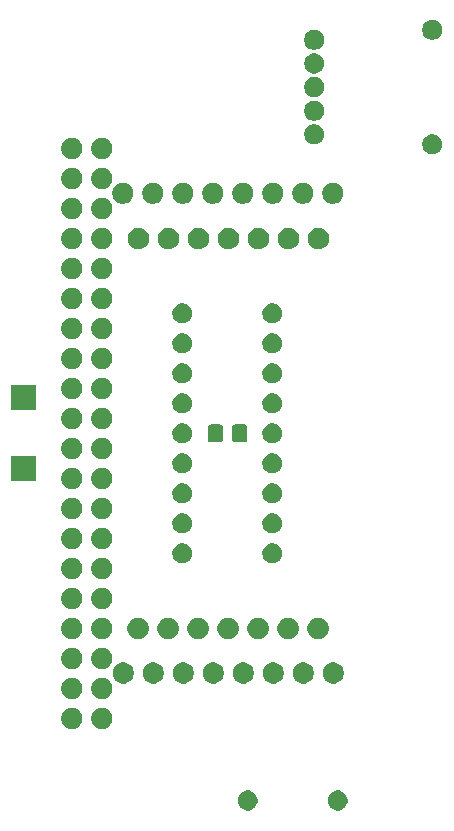
<source format=gts>
G04 #@! TF.GenerationSoftware,KiCad,Pcbnew,(5.1.5-0-10_14)*
G04 #@! TF.CreationDate,2019-12-11T23:03:34+09:00*
G04 #@! TF.ProjectId,RPiWD_Main,52506957-445f-44d6-9169-6e2e6b696361,rev?*
G04 #@! TF.SameCoordinates,Original*
G04 #@! TF.FileFunction,Soldermask,Top*
G04 #@! TF.FilePolarity,Negative*
%FSLAX46Y46*%
G04 Gerber Fmt 4.6, Leading zero omitted, Abs format (unit mm)*
G04 Created by KiCad (PCBNEW (5.1.5-0-10_14)) date 2019-12-11 23:03:34*
%MOMM*%
%LPD*%
G04 APERTURE LIST*
%ADD10C,0.100000*%
G04 APERTURE END LIST*
D10*
G36*
X169513828Y-127784003D02*
G01*
X169668700Y-127848153D01*
X169808081Y-127941285D01*
X169926615Y-128059819D01*
X170019747Y-128199200D01*
X170083897Y-128354072D01*
X170116600Y-128518484D01*
X170116600Y-128686116D01*
X170083897Y-128850528D01*
X170019747Y-129005400D01*
X169926615Y-129144781D01*
X169808081Y-129263315D01*
X169668700Y-129356447D01*
X169513828Y-129420597D01*
X169349416Y-129453300D01*
X169181784Y-129453300D01*
X169017372Y-129420597D01*
X168862500Y-129356447D01*
X168723119Y-129263315D01*
X168604585Y-129144781D01*
X168511453Y-129005400D01*
X168447303Y-128850528D01*
X168414600Y-128686116D01*
X168414600Y-128518484D01*
X168447303Y-128354072D01*
X168511453Y-128199200D01*
X168604585Y-128059819D01*
X168723119Y-127941285D01*
X168862500Y-127848153D01*
X169017372Y-127784003D01*
X169181784Y-127751300D01*
X169349416Y-127751300D01*
X169513828Y-127784003D01*
G37*
G36*
X161893828Y-127784003D02*
G01*
X162048700Y-127848153D01*
X162188081Y-127941285D01*
X162306615Y-128059819D01*
X162399747Y-128199200D01*
X162463897Y-128354072D01*
X162496600Y-128518484D01*
X162496600Y-128686116D01*
X162463897Y-128850528D01*
X162399747Y-129005400D01*
X162306615Y-129144781D01*
X162188081Y-129263315D01*
X162048700Y-129356447D01*
X161893828Y-129420597D01*
X161729416Y-129453300D01*
X161561784Y-129453300D01*
X161397372Y-129420597D01*
X161242500Y-129356447D01*
X161103119Y-129263315D01*
X160984585Y-129144781D01*
X160891453Y-129005400D01*
X160827303Y-128850528D01*
X160794600Y-128686116D01*
X160794600Y-128518484D01*
X160827303Y-128354072D01*
X160891453Y-128199200D01*
X160984585Y-128059819D01*
X161103119Y-127941285D01*
X161242500Y-127848153D01*
X161397372Y-127784003D01*
X161561784Y-127751300D01*
X161729416Y-127751300D01*
X161893828Y-127784003D01*
G37*
G36*
X146873512Y-120754127D02*
G01*
X147022812Y-120783824D01*
X147186784Y-120851744D01*
X147334354Y-120950347D01*
X147459853Y-121075846D01*
X147558456Y-121223416D01*
X147626376Y-121387388D01*
X147661000Y-121561459D01*
X147661000Y-121738941D01*
X147626376Y-121913012D01*
X147558456Y-122076984D01*
X147459853Y-122224554D01*
X147334354Y-122350053D01*
X147186784Y-122448656D01*
X147022812Y-122516576D01*
X146873512Y-122546273D01*
X146848742Y-122551200D01*
X146671258Y-122551200D01*
X146646488Y-122546273D01*
X146497188Y-122516576D01*
X146333216Y-122448656D01*
X146185646Y-122350053D01*
X146060147Y-122224554D01*
X145961544Y-122076984D01*
X145893624Y-121913012D01*
X145859000Y-121738941D01*
X145859000Y-121561459D01*
X145893624Y-121387388D01*
X145961544Y-121223416D01*
X146060147Y-121075846D01*
X146185646Y-120950347D01*
X146333216Y-120851744D01*
X146497188Y-120783824D01*
X146646488Y-120754127D01*
X146671258Y-120749200D01*
X146848742Y-120749200D01*
X146873512Y-120754127D01*
G37*
G36*
X149413512Y-120754127D02*
G01*
X149562812Y-120783824D01*
X149726784Y-120851744D01*
X149874354Y-120950347D01*
X149999853Y-121075846D01*
X150098456Y-121223416D01*
X150166376Y-121387388D01*
X150201000Y-121561459D01*
X150201000Y-121738941D01*
X150166376Y-121913012D01*
X150098456Y-122076984D01*
X149999853Y-122224554D01*
X149874354Y-122350053D01*
X149726784Y-122448656D01*
X149562812Y-122516576D01*
X149413512Y-122546273D01*
X149388742Y-122551200D01*
X149211258Y-122551200D01*
X149186488Y-122546273D01*
X149037188Y-122516576D01*
X148873216Y-122448656D01*
X148725646Y-122350053D01*
X148600147Y-122224554D01*
X148501544Y-122076984D01*
X148433624Y-121913012D01*
X148399000Y-121738941D01*
X148399000Y-121561459D01*
X148433624Y-121387388D01*
X148501544Y-121223416D01*
X148600147Y-121075846D01*
X148725646Y-120950347D01*
X148873216Y-120851744D01*
X149037188Y-120783824D01*
X149186488Y-120754127D01*
X149211258Y-120749200D01*
X149388742Y-120749200D01*
X149413512Y-120754127D01*
G37*
G36*
X149413512Y-118214127D02*
G01*
X149562812Y-118243824D01*
X149726784Y-118311744D01*
X149874354Y-118410347D01*
X149999853Y-118535846D01*
X150098456Y-118683416D01*
X150166376Y-118847388D01*
X150201000Y-119021459D01*
X150201000Y-119198941D01*
X150166376Y-119373012D01*
X150098456Y-119536984D01*
X149999853Y-119684554D01*
X149874354Y-119810053D01*
X149726784Y-119908656D01*
X149562812Y-119976576D01*
X149413512Y-120006273D01*
X149388742Y-120011200D01*
X149211258Y-120011200D01*
X149186488Y-120006273D01*
X149037188Y-119976576D01*
X148873216Y-119908656D01*
X148725646Y-119810053D01*
X148600147Y-119684554D01*
X148501544Y-119536984D01*
X148433624Y-119373012D01*
X148399000Y-119198941D01*
X148399000Y-119021459D01*
X148433624Y-118847388D01*
X148501544Y-118683416D01*
X148600147Y-118535846D01*
X148725646Y-118410347D01*
X148873216Y-118311744D01*
X149037188Y-118243824D01*
X149186488Y-118214127D01*
X149211258Y-118209200D01*
X149388742Y-118209200D01*
X149413512Y-118214127D01*
G37*
G36*
X146873512Y-118214127D02*
G01*
X147022812Y-118243824D01*
X147186784Y-118311744D01*
X147334354Y-118410347D01*
X147459853Y-118535846D01*
X147558456Y-118683416D01*
X147626376Y-118847388D01*
X147661000Y-119021459D01*
X147661000Y-119198941D01*
X147626376Y-119373012D01*
X147558456Y-119536984D01*
X147459853Y-119684554D01*
X147334354Y-119810053D01*
X147186784Y-119908656D01*
X147022812Y-119976576D01*
X146873512Y-120006273D01*
X146848742Y-120011200D01*
X146671258Y-120011200D01*
X146646488Y-120006273D01*
X146497188Y-119976576D01*
X146333216Y-119908656D01*
X146185646Y-119810053D01*
X146060147Y-119684554D01*
X145961544Y-119536984D01*
X145893624Y-119373012D01*
X145859000Y-119198941D01*
X145859000Y-119021459D01*
X145893624Y-118847388D01*
X145961544Y-118683416D01*
X146060147Y-118535846D01*
X146185646Y-118410347D01*
X146333216Y-118311744D01*
X146497188Y-118243824D01*
X146646488Y-118214127D01*
X146671258Y-118209200D01*
X146848742Y-118209200D01*
X146873512Y-118214127D01*
G37*
G36*
X153773512Y-116904127D02*
G01*
X153922812Y-116933824D01*
X154086784Y-117001744D01*
X154234354Y-117100347D01*
X154359853Y-117225846D01*
X154458456Y-117373416D01*
X154526376Y-117537388D01*
X154561000Y-117711459D01*
X154561000Y-117888941D01*
X154526376Y-118063012D01*
X154458456Y-118226984D01*
X154359853Y-118374554D01*
X154234354Y-118500053D01*
X154086784Y-118598656D01*
X153922812Y-118666576D01*
X153773512Y-118696273D01*
X153748742Y-118701200D01*
X153571258Y-118701200D01*
X153546488Y-118696273D01*
X153397188Y-118666576D01*
X153233216Y-118598656D01*
X153085646Y-118500053D01*
X152960147Y-118374554D01*
X152861544Y-118226984D01*
X152793624Y-118063012D01*
X152759000Y-117888941D01*
X152759000Y-117711459D01*
X152793624Y-117537388D01*
X152861544Y-117373416D01*
X152960147Y-117225846D01*
X153085646Y-117100347D01*
X153233216Y-117001744D01*
X153397188Y-116933824D01*
X153546488Y-116904127D01*
X153571258Y-116899200D01*
X153748742Y-116899200D01*
X153773512Y-116904127D01*
G37*
G36*
X151233512Y-116904127D02*
G01*
X151382812Y-116933824D01*
X151546784Y-117001744D01*
X151694354Y-117100347D01*
X151819853Y-117225846D01*
X151918456Y-117373416D01*
X151986376Y-117537388D01*
X152021000Y-117711459D01*
X152021000Y-117888941D01*
X151986376Y-118063012D01*
X151918456Y-118226984D01*
X151819853Y-118374554D01*
X151694354Y-118500053D01*
X151546784Y-118598656D01*
X151382812Y-118666576D01*
X151233512Y-118696273D01*
X151208742Y-118701200D01*
X151031258Y-118701200D01*
X151006488Y-118696273D01*
X150857188Y-118666576D01*
X150693216Y-118598656D01*
X150545646Y-118500053D01*
X150420147Y-118374554D01*
X150321544Y-118226984D01*
X150253624Y-118063012D01*
X150219000Y-117888941D01*
X150219000Y-117711459D01*
X150253624Y-117537388D01*
X150321544Y-117373416D01*
X150420147Y-117225846D01*
X150545646Y-117100347D01*
X150693216Y-117001744D01*
X150857188Y-116933824D01*
X151006488Y-116904127D01*
X151031258Y-116899200D01*
X151208742Y-116899200D01*
X151233512Y-116904127D01*
G37*
G36*
X156313512Y-116904127D02*
G01*
X156462812Y-116933824D01*
X156626784Y-117001744D01*
X156774354Y-117100347D01*
X156899853Y-117225846D01*
X156998456Y-117373416D01*
X157066376Y-117537388D01*
X157101000Y-117711459D01*
X157101000Y-117888941D01*
X157066376Y-118063012D01*
X156998456Y-118226984D01*
X156899853Y-118374554D01*
X156774354Y-118500053D01*
X156626784Y-118598656D01*
X156462812Y-118666576D01*
X156313512Y-118696273D01*
X156288742Y-118701200D01*
X156111258Y-118701200D01*
X156086488Y-118696273D01*
X155937188Y-118666576D01*
X155773216Y-118598656D01*
X155625646Y-118500053D01*
X155500147Y-118374554D01*
X155401544Y-118226984D01*
X155333624Y-118063012D01*
X155299000Y-117888941D01*
X155299000Y-117711459D01*
X155333624Y-117537388D01*
X155401544Y-117373416D01*
X155500147Y-117225846D01*
X155625646Y-117100347D01*
X155773216Y-117001744D01*
X155937188Y-116933824D01*
X156086488Y-116904127D01*
X156111258Y-116899200D01*
X156288742Y-116899200D01*
X156313512Y-116904127D01*
G37*
G36*
X161393512Y-116904127D02*
G01*
X161542812Y-116933824D01*
X161706784Y-117001744D01*
X161854354Y-117100347D01*
X161979853Y-117225846D01*
X162078456Y-117373416D01*
X162146376Y-117537388D01*
X162181000Y-117711459D01*
X162181000Y-117888941D01*
X162146376Y-118063012D01*
X162078456Y-118226984D01*
X161979853Y-118374554D01*
X161854354Y-118500053D01*
X161706784Y-118598656D01*
X161542812Y-118666576D01*
X161393512Y-118696273D01*
X161368742Y-118701200D01*
X161191258Y-118701200D01*
X161166488Y-118696273D01*
X161017188Y-118666576D01*
X160853216Y-118598656D01*
X160705646Y-118500053D01*
X160580147Y-118374554D01*
X160481544Y-118226984D01*
X160413624Y-118063012D01*
X160379000Y-117888941D01*
X160379000Y-117711459D01*
X160413624Y-117537388D01*
X160481544Y-117373416D01*
X160580147Y-117225846D01*
X160705646Y-117100347D01*
X160853216Y-117001744D01*
X161017188Y-116933824D01*
X161166488Y-116904127D01*
X161191258Y-116899200D01*
X161368742Y-116899200D01*
X161393512Y-116904127D01*
G37*
G36*
X169013512Y-116904127D02*
G01*
X169162812Y-116933824D01*
X169326784Y-117001744D01*
X169474354Y-117100347D01*
X169599853Y-117225846D01*
X169698456Y-117373416D01*
X169766376Y-117537388D01*
X169801000Y-117711459D01*
X169801000Y-117888941D01*
X169766376Y-118063012D01*
X169698456Y-118226984D01*
X169599853Y-118374554D01*
X169474354Y-118500053D01*
X169326784Y-118598656D01*
X169162812Y-118666576D01*
X169013512Y-118696273D01*
X168988742Y-118701200D01*
X168811258Y-118701200D01*
X168786488Y-118696273D01*
X168637188Y-118666576D01*
X168473216Y-118598656D01*
X168325646Y-118500053D01*
X168200147Y-118374554D01*
X168101544Y-118226984D01*
X168033624Y-118063012D01*
X167999000Y-117888941D01*
X167999000Y-117711459D01*
X168033624Y-117537388D01*
X168101544Y-117373416D01*
X168200147Y-117225846D01*
X168325646Y-117100347D01*
X168473216Y-117001744D01*
X168637188Y-116933824D01*
X168786488Y-116904127D01*
X168811258Y-116899200D01*
X168988742Y-116899200D01*
X169013512Y-116904127D01*
G37*
G36*
X166473512Y-116904127D02*
G01*
X166622812Y-116933824D01*
X166786784Y-117001744D01*
X166934354Y-117100347D01*
X167059853Y-117225846D01*
X167158456Y-117373416D01*
X167226376Y-117537388D01*
X167261000Y-117711459D01*
X167261000Y-117888941D01*
X167226376Y-118063012D01*
X167158456Y-118226984D01*
X167059853Y-118374554D01*
X166934354Y-118500053D01*
X166786784Y-118598656D01*
X166622812Y-118666576D01*
X166473512Y-118696273D01*
X166448742Y-118701200D01*
X166271258Y-118701200D01*
X166246488Y-118696273D01*
X166097188Y-118666576D01*
X165933216Y-118598656D01*
X165785646Y-118500053D01*
X165660147Y-118374554D01*
X165561544Y-118226984D01*
X165493624Y-118063012D01*
X165459000Y-117888941D01*
X165459000Y-117711459D01*
X165493624Y-117537388D01*
X165561544Y-117373416D01*
X165660147Y-117225846D01*
X165785646Y-117100347D01*
X165933216Y-117001744D01*
X166097188Y-116933824D01*
X166246488Y-116904127D01*
X166271258Y-116899200D01*
X166448742Y-116899200D01*
X166473512Y-116904127D01*
G37*
G36*
X158853512Y-116904127D02*
G01*
X159002812Y-116933824D01*
X159166784Y-117001744D01*
X159314354Y-117100347D01*
X159439853Y-117225846D01*
X159538456Y-117373416D01*
X159606376Y-117537388D01*
X159641000Y-117711459D01*
X159641000Y-117888941D01*
X159606376Y-118063012D01*
X159538456Y-118226984D01*
X159439853Y-118374554D01*
X159314354Y-118500053D01*
X159166784Y-118598656D01*
X159002812Y-118666576D01*
X158853512Y-118696273D01*
X158828742Y-118701200D01*
X158651258Y-118701200D01*
X158626488Y-118696273D01*
X158477188Y-118666576D01*
X158313216Y-118598656D01*
X158165646Y-118500053D01*
X158040147Y-118374554D01*
X157941544Y-118226984D01*
X157873624Y-118063012D01*
X157839000Y-117888941D01*
X157839000Y-117711459D01*
X157873624Y-117537388D01*
X157941544Y-117373416D01*
X158040147Y-117225846D01*
X158165646Y-117100347D01*
X158313216Y-117001744D01*
X158477188Y-116933824D01*
X158626488Y-116904127D01*
X158651258Y-116899200D01*
X158828742Y-116899200D01*
X158853512Y-116904127D01*
G37*
G36*
X163933512Y-116904127D02*
G01*
X164082812Y-116933824D01*
X164246784Y-117001744D01*
X164394354Y-117100347D01*
X164519853Y-117225846D01*
X164618456Y-117373416D01*
X164686376Y-117537388D01*
X164721000Y-117711459D01*
X164721000Y-117888941D01*
X164686376Y-118063012D01*
X164618456Y-118226984D01*
X164519853Y-118374554D01*
X164394354Y-118500053D01*
X164246784Y-118598656D01*
X164082812Y-118666576D01*
X163933512Y-118696273D01*
X163908742Y-118701200D01*
X163731258Y-118701200D01*
X163706488Y-118696273D01*
X163557188Y-118666576D01*
X163393216Y-118598656D01*
X163245646Y-118500053D01*
X163120147Y-118374554D01*
X163021544Y-118226984D01*
X162953624Y-118063012D01*
X162919000Y-117888941D01*
X162919000Y-117711459D01*
X162953624Y-117537388D01*
X163021544Y-117373416D01*
X163120147Y-117225846D01*
X163245646Y-117100347D01*
X163393216Y-117001744D01*
X163557188Y-116933824D01*
X163706488Y-116904127D01*
X163731258Y-116899200D01*
X163908742Y-116899200D01*
X163933512Y-116904127D01*
G37*
G36*
X149413512Y-115674127D02*
G01*
X149562812Y-115703824D01*
X149726784Y-115771744D01*
X149874354Y-115870347D01*
X149999853Y-115995846D01*
X150098456Y-116143416D01*
X150166376Y-116307388D01*
X150201000Y-116481459D01*
X150201000Y-116658941D01*
X150166376Y-116833012D01*
X150098456Y-116996984D01*
X149999853Y-117144554D01*
X149874354Y-117270053D01*
X149726784Y-117368656D01*
X149562812Y-117436576D01*
X149413512Y-117466273D01*
X149388742Y-117471200D01*
X149211258Y-117471200D01*
X149186488Y-117466273D01*
X149037188Y-117436576D01*
X148873216Y-117368656D01*
X148725646Y-117270053D01*
X148600147Y-117144554D01*
X148501544Y-116996984D01*
X148433624Y-116833012D01*
X148399000Y-116658941D01*
X148399000Y-116481459D01*
X148433624Y-116307388D01*
X148501544Y-116143416D01*
X148600147Y-115995846D01*
X148725646Y-115870347D01*
X148873216Y-115771744D01*
X149037188Y-115703824D01*
X149186488Y-115674127D01*
X149211258Y-115669200D01*
X149388742Y-115669200D01*
X149413512Y-115674127D01*
G37*
G36*
X146873512Y-115674127D02*
G01*
X147022812Y-115703824D01*
X147186784Y-115771744D01*
X147334354Y-115870347D01*
X147459853Y-115995846D01*
X147558456Y-116143416D01*
X147626376Y-116307388D01*
X147661000Y-116481459D01*
X147661000Y-116658941D01*
X147626376Y-116833012D01*
X147558456Y-116996984D01*
X147459853Y-117144554D01*
X147334354Y-117270053D01*
X147186784Y-117368656D01*
X147022812Y-117436576D01*
X146873512Y-117466273D01*
X146848742Y-117471200D01*
X146671258Y-117471200D01*
X146646488Y-117466273D01*
X146497188Y-117436576D01*
X146333216Y-117368656D01*
X146185646Y-117270053D01*
X146060147Y-117144554D01*
X145961544Y-116996984D01*
X145893624Y-116833012D01*
X145859000Y-116658941D01*
X145859000Y-116481459D01*
X145893624Y-116307388D01*
X145961544Y-116143416D01*
X146060147Y-115995846D01*
X146185646Y-115870347D01*
X146333216Y-115771744D01*
X146497188Y-115703824D01*
X146646488Y-115674127D01*
X146671258Y-115669200D01*
X146848742Y-115669200D01*
X146873512Y-115674127D01*
G37*
G36*
X167728112Y-113139327D02*
G01*
X167877412Y-113169024D01*
X168041384Y-113236944D01*
X168188954Y-113335547D01*
X168314453Y-113461046D01*
X168413056Y-113608616D01*
X168480976Y-113772588D01*
X168510673Y-113921888D01*
X168514566Y-113941458D01*
X168515600Y-113946659D01*
X168515600Y-114124141D01*
X168480976Y-114298212D01*
X168413056Y-114462184D01*
X168314453Y-114609754D01*
X168188954Y-114735253D01*
X168041384Y-114833856D01*
X167877412Y-114901776D01*
X167729484Y-114931200D01*
X167703342Y-114936400D01*
X167525858Y-114936400D01*
X167499716Y-114931200D01*
X167351788Y-114901776D01*
X167187816Y-114833856D01*
X167040246Y-114735253D01*
X166914747Y-114609754D01*
X166816144Y-114462184D01*
X166748224Y-114298212D01*
X166713600Y-114124141D01*
X166713600Y-113946659D01*
X166714635Y-113941458D01*
X166718527Y-113921888D01*
X166748224Y-113772588D01*
X166816144Y-113608616D01*
X166914747Y-113461046D01*
X167040246Y-113335547D01*
X167187816Y-113236944D01*
X167351788Y-113169024D01*
X167501088Y-113139327D01*
X167525858Y-113134400D01*
X167703342Y-113134400D01*
X167728112Y-113139327D01*
G37*
G36*
X162648112Y-113139327D02*
G01*
X162797412Y-113169024D01*
X162961384Y-113236944D01*
X163108954Y-113335547D01*
X163234453Y-113461046D01*
X163333056Y-113608616D01*
X163400976Y-113772588D01*
X163430673Y-113921888D01*
X163434566Y-113941458D01*
X163435600Y-113946659D01*
X163435600Y-114124141D01*
X163400976Y-114298212D01*
X163333056Y-114462184D01*
X163234453Y-114609754D01*
X163108954Y-114735253D01*
X162961384Y-114833856D01*
X162797412Y-114901776D01*
X162649484Y-114931200D01*
X162623342Y-114936400D01*
X162445858Y-114936400D01*
X162419716Y-114931200D01*
X162271788Y-114901776D01*
X162107816Y-114833856D01*
X161960246Y-114735253D01*
X161834747Y-114609754D01*
X161736144Y-114462184D01*
X161668224Y-114298212D01*
X161633600Y-114124141D01*
X161633600Y-113946659D01*
X161634635Y-113941458D01*
X161638527Y-113921888D01*
X161668224Y-113772588D01*
X161736144Y-113608616D01*
X161834747Y-113461046D01*
X161960246Y-113335547D01*
X162107816Y-113236944D01*
X162271788Y-113169024D01*
X162421088Y-113139327D01*
X162445858Y-113134400D01*
X162623342Y-113134400D01*
X162648112Y-113139327D01*
G37*
G36*
X165188112Y-113139327D02*
G01*
X165337412Y-113169024D01*
X165501384Y-113236944D01*
X165648954Y-113335547D01*
X165774453Y-113461046D01*
X165873056Y-113608616D01*
X165940976Y-113772588D01*
X165970673Y-113921888D01*
X165974566Y-113941458D01*
X165975600Y-113946659D01*
X165975600Y-114124141D01*
X165940976Y-114298212D01*
X165873056Y-114462184D01*
X165774453Y-114609754D01*
X165648954Y-114735253D01*
X165501384Y-114833856D01*
X165337412Y-114901776D01*
X165189484Y-114931200D01*
X165163342Y-114936400D01*
X164985858Y-114936400D01*
X164959716Y-114931200D01*
X164811788Y-114901776D01*
X164647816Y-114833856D01*
X164500246Y-114735253D01*
X164374747Y-114609754D01*
X164276144Y-114462184D01*
X164208224Y-114298212D01*
X164173600Y-114124141D01*
X164173600Y-113946659D01*
X164174635Y-113941458D01*
X164178527Y-113921888D01*
X164208224Y-113772588D01*
X164276144Y-113608616D01*
X164374747Y-113461046D01*
X164500246Y-113335547D01*
X164647816Y-113236944D01*
X164811788Y-113169024D01*
X164961088Y-113139327D01*
X164985858Y-113134400D01*
X165163342Y-113134400D01*
X165188112Y-113139327D01*
G37*
G36*
X160108112Y-113139327D02*
G01*
X160257412Y-113169024D01*
X160421384Y-113236944D01*
X160568954Y-113335547D01*
X160694453Y-113461046D01*
X160793056Y-113608616D01*
X160860976Y-113772588D01*
X160890673Y-113921888D01*
X160894566Y-113941458D01*
X160895600Y-113946659D01*
X160895600Y-114124141D01*
X160860976Y-114298212D01*
X160793056Y-114462184D01*
X160694453Y-114609754D01*
X160568954Y-114735253D01*
X160421384Y-114833856D01*
X160257412Y-114901776D01*
X160109484Y-114931200D01*
X160083342Y-114936400D01*
X159905858Y-114936400D01*
X159879716Y-114931200D01*
X159731788Y-114901776D01*
X159567816Y-114833856D01*
X159420246Y-114735253D01*
X159294747Y-114609754D01*
X159196144Y-114462184D01*
X159128224Y-114298212D01*
X159093600Y-114124141D01*
X159093600Y-113946659D01*
X159094635Y-113941458D01*
X159098527Y-113921888D01*
X159128224Y-113772588D01*
X159196144Y-113608616D01*
X159294747Y-113461046D01*
X159420246Y-113335547D01*
X159567816Y-113236944D01*
X159731788Y-113169024D01*
X159881088Y-113139327D01*
X159905858Y-113134400D01*
X160083342Y-113134400D01*
X160108112Y-113139327D01*
G37*
G36*
X152488112Y-113139327D02*
G01*
X152637412Y-113169024D01*
X152801384Y-113236944D01*
X152948954Y-113335547D01*
X153074453Y-113461046D01*
X153173056Y-113608616D01*
X153240976Y-113772588D01*
X153270673Y-113921888D01*
X153274566Y-113941458D01*
X153275600Y-113946659D01*
X153275600Y-114124141D01*
X153240976Y-114298212D01*
X153173056Y-114462184D01*
X153074453Y-114609754D01*
X152948954Y-114735253D01*
X152801384Y-114833856D01*
X152637412Y-114901776D01*
X152489484Y-114931200D01*
X152463342Y-114936400D01*
X152285858Y-114936400D01*
X152259716Y-114931200D01*
X152111788Y-114901776D01*
X151947816Y-114833856D01*
X151800246Y-114735253D01*
X151674747Y-114609754D01*
X151576144Y-114462184D01*
X151508224Y-114298212D01*
X151473600Y-114124141D01*
X151473600Y-113946659D01*
X151474635Y-113941458D01*
X151478527Y-113921888D01*
X151508224Y-113772588D01*
X151576144Y-113608616D01*
X151674747Y-113461046D01*
X151800246Y-113335547D01*
X151947816Y-113236944D01*
X152111788Y-113169024D01*
X152261088Y-113139327D01*
X152285858Y-113134400D01*
X152463342Y-113134400D01*
X152488112Y-113139327D01*
G37*
G36*
X155028112Y-113139327D02*
G01*
X155177412Y-113169024D01*
X155341384Y-113236944D01*
X155488954Y-113335547D01*
X155614453Y-113461046D01*
X155713056Y-113608616D01*
X155780976Y-113772588D01*
X155810673Y-113921888D01*
X155814566Y-113941458D01*
X155815600Y-113946659D01*
X155815600Y-114124141D01*
X155780976Y-114298212D01*
X155713056Y-114462184D01*
X155614453Y-114609754D01*
X155488954Y-114735253D01*
X155341384Y-114833856D01*
X155177412Y-114901776D01*
X155029484Y-114931200D01*
X155003342Y-114936400D01*
X154825858Y-114936400D01*
X154799716Y-114931200D01*
X154651788Y-114901776D01*
X154487816Y-114833856D01*
X154340246Y-114735253D01*
X154214747Y-114609754D01*
X154116144Y-114462184D01*
X154048224Y-114298212D01*
X154013600Y-114124141D01*
X154013600Y-113946659D01*
X154014635Y-113941458D01*
X154018527Y-113921888D01*
X154048224Y-113772588D01*
X154116144Y-113608616D01*
X154214747Y-113461046D01*
X154340246Y-113335547D01*
X154487816Y-113236944D01*
X154651788Y-113169024D01*
X154801088Y-113139327D01*
X154825858Y-113134400D01*
X155003342Y-113134400D01*
X155028112Y-113139327D01*
G37*
G36*
X157568112Y-113139327D02*
G01*
X157717412Y-113169024D01*
X157881384Y-113236944D01*
X158028954Y-113335547D01*
X158154453Y-113461046D01*
X158253056Y-113608616D01*
X158320976Y-113772588D01*
X158350673Y-113921888D01*
X158354566Y-113941458D01*
X158355600Y-113946659D01*
X158355600Y-114124141D01*
X158320976Y-114298212D01*
X158253056Y-114462184D01*
X158154453Y-114609754D01*
X158028954Y-114735253D01*
X157881384Y-114833856D01*
X157717412Y-114901776D01*
X157569484Y-114931200D01*
X157543342Y-114936400D01*
X157365858Y-114936400D01*
X157339716Y-114931200D01*
X157191788Y-114901776D01*
X157027816Y-114833856D01*
X156880246Y-114735253D01*
X156754747Y-114609754D01*
X156656144Y-114462184D01*
X156588224Y-114298212D01*
X156553600Y-114124141D01*
X156553600Y-113946659D01*
X156554635Y-113941458D01*
X156558527Y-113921888D01*
X156588224Y-113772588D01*
X156656144Y-113608616D01*
X156754747Y-113461046D01*
X156880246Y-113335547D01*
X157027816Y-113236944D01*
X157191788Y-113169024D01*
X157341088Y-113139327D01*
X157365858Y-113134400D01*
X157543342Y-113134400D01*
X157568112Y-113139327D01*
G37*
G36*
X149413512Y-113134127D02*
G01*
X149562812Y-113163824D01*
X149726784Y-113231744D01*
X149874354Y-113330347D01*
X149999853Y-113455846D01*
X150098456Y-113603416D01*
X150166376Y-113767388D01*
X150196073Y-113916688D01*
X150201000Y-113941458D01*
X150201000Y-114118942D01*
X150196073Y-114143712D01*
X150166376Y-114293012D01*
X150098456Y-114456984D01*
X149999853Y-114604554D01*
X149874354Y-114730053D01*
X149726784Y-114828656D01*
X149562812Y-114896576D01*
X149413512Y-114926273D01*
X149388742Y-114931200D01*
X149211258Y-114931200D01*
X149186488Y-114926273D01*
X149037188Y-114896576D01*
X148873216Y-114828656D01*
X148725646Y-114730053D01*
X148600147Y-114604554D01*
X148501544Y-114456984D01*
X148433624Y-114293012D01*
X148403927Y-114143712D01*
X148399000Y-114118942D01*
X148399000Y-113941458D01*
X148403927Y-113916688D01*
X148433624Y-113767388D01*
X148501544Y-113603416D01*
X148600147Y-113455846D01*
X148725646Y-113330347D01*
X148873216Y-113231744D01*
X149037188Y-113163824D01*
X149186488Y-113134127D01*
X149211258Y-113129200D01*
X149388742Y-113129200D01*
X149413512Y-113134127D01*
G37*
G36*
X146873512Y-113134127D02*
G01*
X147022812Y-113163824D01*
X147186784Y-113231744D01*
X147334354Y-113330347D01*
X147459853Y-113455846D01*
X147558456Y-113603416D01*
X147626376Y-113767388D01*
X147656073Y-113916688D01*
X147661000Y-113941458D01*
X147661000Y-114118942D01*
X147656073Y-114143712D01*
X147626376Y-114293012D01*
X147558456Y-114456984D01*
X147459853Y-114604554D01*
X147334354Y-114730053D01*
X147186784Y-114828656D01*
X147022812Y-114896576D01*
X146873512Y-114926273D01*
X146848742Y-114931200D01*
X146671258Y-114931200D01*
X146646488Y-114926273D01*
X146497188Y-114896576D01*
X146333216Y-114828656D01*
X146185646Y-114730053D01*
X146060147Y-114604554D01*
X145961544Y-114456984D01*
X145893624Y-114293012D01*
X145863927Y-114143712D01*
X145859000Y-114118942D01*
X145859000Y-113941458D01*
X145863927Y-113916688D01*
X145893624Y-113767388D01*
X145961544Y-113603416D01*
X146060147Y-113455846D01*
X146185646Y-113330347D01*
X146333216Y-113231744D01*
X146497188Y-113163824D01*
X146646488Y-113134127D01*
X146671258Y-113129200D01*
X146848742Y-113129200D01*
X146873512Y-113134127D01*
G37*
G36*
X149413512Y-110594127D02*
G01*
X149562812Y-110623824D01*
X149726784Y-110691744D01*
X149874354Y-110790347D01*
X149999853Y-110915846D01*
X150098456Y-111063416D01*
X150166376Y-111227388D01*
X150201000Y-111401459D01*
X150201000Y-111578941D01*
X150166376Y-111753012D01*
X150098456Y-111916984D01*
X149999853Y-112064554D01*
X149874354Y-112190053D01*
X149726784Y-112288656D01*
X149562812Y-112356576D01*
X149413512Y-112386273D01*
X149388742Y-112391200D01*
X149211258Y-112391200D01*
X149186488Y-112386273D01*
X149037188Y-112356576D01*
X148873216Y-112288656D01*
X148725646Y-112190053D01*
X148600147Y-112064554D01*
X148501544Y-111916984D01*
X148433624Y-111753012D01*
X148399000Y-111578941D01*
X148399000Y-111401459D01*
X148433624Y-111227388D01*
X148501544Y-111063416D01*
X148600147Y-110915846D01*
X148725646Y-110790347D01*
X148873216Y-110691744D01*
X149037188Y-110623824D01*
X149186488Y-110594127D01*
X149211258Y-110589200D01*
X149388742Y-110589200D01*
X149413512Y-110594127D01*
G37*
G36*
X146873512Y-110594127D02*
G01*
X147022812Y-110623824D01*
X147186784Y-110691744D01*
X147334354Y-110790347D01*
X147459853Y-110915846D01*
X147558456Y-111063416D01*
X147626376Y-111227388D01*
X147661000Y-111401459D01*
X147661000Y-111578941D01*
X147626376Y-111753012D01*
X147558456Y-111916984D01*
X147459853Y-112064554D01*
X147334354Y-112190053D01*
X147186784Y-112288656D01*
X147022812Y-112356576D01*
X146873512Y-112386273D01*
X146848742Y-112391200D01*
X146671258Y-112391200D01*
X146646488Y-112386273D01*
X146497188Y-112356576D01*
X146333216Y-112288656D01*
X146185646Y-112190053D01*
X146060147Y-112064554D01*
X145961544Y-111916984D01*
X145893624Y-111753012D01*
X145859000Y-111578941D01*
X145859000Y-111401459D01*
X145893624Y-111227388D01*
X145961544Y-111063416D01*
X146060147Y-110915846D01*
X146185646Y-110790347D01*
X146333216Y-110691744D01*
X146497188Y-110623824D01*
X146646488Y-110594127D01*
X146671258Y-110589200D01*
X146848742Y-110589200D01*
X146873512Y-110594127D01*
G37*
G36*
X146873512Y-108054127D02*
G01*
X147022812Y-108083824D01*
X147186784Y-108151744D01*
X147334354Y-108250347D01*
X147459853Y-108375846D01*
X147558456Y-108523416D01*
X147626376Y-108687388D01*
X147661000Y-108861459D01*
X147661000Y-109038941D01*
X147626376Y-109213012D01*
X147558456Y-109376984D01*
X147459853Y-109524554D01*
X147334354Y-109650053D01*
X147186784Y-109748656D01*
X147022812Y-109816576D01*
X146873512Y-109846273D01*
X146848742Y-109851200D01*
X146671258Y-109851200D01*
X146646488Y-109846273D01*
X146497188Y-109816576D01*
X146333216Y-109748656D01*
X146185646Y-109650053D01*
X146060147Y-109524554D01*
X145961544Y-109376984D01*
X145893624Y-109213012D01*
X145859000Y-109038941D01*
X145859000Y-108861459D01*
X145893624Y-108687388D01*
X145961544Y-108523416D01*
X146060147Y-108375846D01*
X146185646Y-108250347D01*
X146333216Y-108151744D01*
X146497188Y-108083824D01*
X146646488Y-108054127D01*
X146671258Y-108049200D01*
X146848742Y-108049200D01*
X146873512Y-108054127D01*
G37*
G36*
X149413512Y-108054127D02*
G01*
X149562812Y-108083824D01*
X149726784Y-108151744D01*
X149874354Y-108250347D01*
X149999853Y-108375846D01*
X150098456Y-108523416D01*
X150166376Y-108687388D01*
X150201000Y-108861459D01*
X150201000Y-109038941D01*
X150166376Y-109213012D01*
X150098456Y-109376984D01*
X149999853Y-109524554D01*
X149874354Y-109650053D01*
X149726784Y-109748656D01*
X149562812Y-109816576D01*
X149413512Y-109846273D01*
X149388742Y-109851200D01*
X149211258Y-109851200D01*
X149186488Y-109846273D01*
X149037188Y-109816576D01*
X148873216Y-109748656D01*
X148725646Y-109650053D01*
X148600147Y-109524554D01*
X148501544Y-109376984D01*
X148433624Y-109213012D01*
X148399000Y-109038941D01*
X148399000Y-108861459D01*
X148433624Y-108687388D01*
X148501544Y-108523416D01*
X148600147Y-108375846D01*
X148725646Y-108250347D01*
X148873216Y-108151744D01*
X149037188Y-108083824D01*
X149186488Y-108054127D01*
X149211258Y-108049200D01*
X149388742Y-108049200D01*
X149413512Y-108054127D01*
G37*
G36*
X163989328Y-106854403D02*
G01*
X164144200Y-106918553D01*
X164283581Y-107011685D01*
X164402115Y-107130219D01*
X164495247Y-107269600D01*
X164559397Y-107424472D01*
X164592100Y-107588884D01*
X164592100Y-107756516D01*
X164559397Y-107920928D01*
X164495247Y-108075800D01*
X164402115Y-108215181D01*
X164283581Y-108333715D01*
X164144200Y-108426847D01*
X163989328Y-108490997D01*
X163824916Y-108523700D01*
X163657284Y-108523700D01*
X163492872Y-108490997D01*
X163338000Y-108426847D01*
X163198619Y-108333715D01*
X163080085Y-108215181D01*
X162986953Y-108075800D01*
X162922803Y-107920928D01*
X162890100Y-107756516D01*
X162890100Y-107588884D01*
X162922803Y-107424472D01*
X162986953Y-107269600D01*
X163080085Y-107130219D01*
X163198619Y-107011685D01*
X163338000Y-106918553D01*
X163492872Y-106854403D01*
X163657284Y-106821700D01*
X163824916Y-106821700D01*
X163989328Y-106854403D01*
G37*
G36*
X156369328Y-106854403D02*
G01*
X156524200Y-106918553D01*
X156663581Y-107011685D01*
X156782115Y-107130219D01*
X156875247Y-107269600D01*
X156939397Y-107424472D01*
X156972100Y-107588884D01*
X156972100Y-107756516D01*
X156939397Y-107920928D01*
X156875247Y-108075800D01*
X156782115Y-108215181D01*
X156663581Y-108333715D01*
X156524200Y-108426847D01*
X156369328Y-108490997D01*
X156204916Y-108523700D01*
X156037284Y-108523700D01*
X155872872Y-108490997D01*
X155718000Y-108426847D01*
X155578619Y-108333715D01*
X155460085Y-108215181D01*
X155366953Y-108075800D01*
X155302803Y-107920928D01*
X155270100Y-107756516D01*
X155270100Y-107588884D01*
X155302803Y-107424472D01*
X155366953Y-107269600D01*
X155460085Y-107130219D01*
X155578619Y-107011685D01*
X155718000Y-106918553D01*
X155872872Y-106854403D01*
X156037284Y-106821700D01*
X156204916Y-106821700D01*
X156369328Y-106854403D01*
G37*
G36*
X146873512Y-105514127D02*
G01*
X147022812Y-105543824D01*
X147186784Y-105611744D01*
X147334354Y-105710347D01*
X147459853Y-105835846D01*
X147558456Y-105983416D01*
X147626376Y-106147388D01*
X147661000Y-106321459D01*
X147661000Y-106498941D01*
X147626376Y-106673012D01*
X147558456Y-106836984D01*
X147459853Y-106984554D01*
X147334354Y-107110053D01*
X147186784Y-107208656D01*
X147022812Y-107276576D01*
X146873512Y-107306273D01*
X146848742Y-107311200D01*
X146671258Y-107311200D01*
X146646488Y-107306273D01*
X146497188Y-107276576D01*
X146333216Y-107208656D01*
X146185646Y-107110053D01*
X146060147Y-106984554D01*
X145961544Y-106836984D01*
X145893624Y-106673012D01*
X145859000Y-106498941D01*
X145859000Y-106321459D01*
X145893624Y-106147388D01*
X145961544Y-105983416D01*
X146060147Y-105835846D01*
X146185646Y-105710347D01*
X146333216Y-105611744D01*
X146497188Y-105543824D01*
X146646488Y-105514127D01*
X146671258Y-105509200D01*
X146848742Y-105509200D01*
X146873512Y-105514127D01*
G37*
G36*
X149413512Y-105514127D02*
G01*
X149562812Y-105543824D01*
X149726784Y-105611744D01*
X149874354Y-105710347D01*
X149999853Y-105835846D01*
X150098456Y-105983416D01*
X150166376Y-106147388D01*
X150201000Y-106321459D01*
X150201000Y-106498941D01*
X150166376Y-106673012D01*
X150098456Y-106836984D01*
X149999853Y-106984554D01*
X149874354Y-107110053D01*
X149726784Y-107208656D01*
X149562812Y-107276576D01*
X149413512Y-107306273D01*
X149388742Y-107311200D01*
X149211258Y-107311200D01*
X149186488Y-107306273D01*
X149037188Y-107276576D01*
X148873216Y-107208656D01*
X148725646Y-107110053D01*
X148600147Y-106984554D01*
X148501544Y-106836984D01*
X148433624Y-106673012D01*
X148399000Y-106498941D01*
X148399000Y-106321459D01*
X148433624Y-106147388D01*
X148501544Y-105983416D01*
X148600147Y-105835846D01*
X148725646Y-105710347D01*
X148873216Y-105611744D01*
X149037188Y-105543824D01*
X149186488Y-105514127D01*
X149211258Y-105509200D01*
X149388742Y-105509200D01*
X149413512Y-105514127D01*
G37*
G36*
X163989328Y-104314403D02*
G01*
X164144200Y-104378553D01*
X164283581Y-104471685D01*
X164402115Y-104590219D01*
X164495247Y-104729600D01*
X164559397Y-104884472D01*
X164592100Y-105048884D01*
X164592100Y-105216516D01*
X164559397Y-105380928D01*
X164495247Y-105535800D01*
X164402115Y-105675181D01*
X164283581Y-105793715D01*
X164144200Y-105886847D01*
X163989328Y-105950997D01*
X163824916Y-105983700D01*
X163657284Y-105983700D01*
X163492872Y-105950997D01*
X163338000Y-105886847D01*
X163198619Y-105793715D01*
X163080085Y-105675181D01*
X162986953Y-105535800D01*
X162922803Y-105380928D01*
X162890100Y-105216516D01*
X162890100Y-105048884D01*
X162922803Y-104884472D01*
X162986953Y-104729600D01*
X163080085Y-104590219D01*
X163198619Y-104471685D01*
X163338000Y-104378553D01*
X163492872Y-104314403D01*
X163657284Y-104281700D01*
X163824916Y-104281700D01*
X163989328Y-104314403D01*
G37*
G36*
X156369328Y-104314403D02*
G01*
X156524200Y-104378553D01*
X156663581Y-104471685D01*
X156782115Y-104590219D01*
X156875247Y-104729600D01*
X156939397Y-104884472D01*
X156972100Y-105048884D01*
X156972100Y-105216516D01*
X156939397Y-105380928D01*
X156875247Y-105535800D01*
X156782115Y-105675181D01*
X156663581Y-105793715D01*
X156524200Y-105886847D01*
X156369328Y-105950997D01*
X156204916Y-105983700D01*
X156037284Y-105983700D01*
X155872872Y-105950997D01*
X155718000Y-105886847D01*
X155578619Y-105793715D01*
X155460085Y-105675181D01*
X155366953Y-105535800D01*
X155302803Y-105380928D01*
X155270100Y-105216516D01*
X155270100Y-105048884D01*
X155302803Y-104884472D01*
X155366953Y-104729600D01*
X155460085Y-104590219D01*
X155578619Y-104471685D01*
X155718000Y-104378553D01*
X155872872Y-104314403D01*
X156037284Y-104281700D01*
X156204916Y-104281700D01*
X156369328Y-104314403D01*
G37*
G36*
X146873512Y-102974127D02*
G01*
X147022812Y-103003824D01*
X147186784Y-103071744D01*
X147334354Y-103170347D01*
X147459853Y-103295846D01*
X147558456Y-103443416D01*
X147626376Y-103607388D01*
X147661000Y-103781459D01*
X147661000Y-103958941D01*
X147626376Y-104133012D01*
X147558456Y-104296984D01*
X147459853Y-104444554D01*
X147334354Y-104570053D01*
X147186784Y-104668656D01*
X147022812Y-104736576D01*
X146873512Y-104766273D01*
X146848742Y-104771200D01*
X146671258Y-104771200D01*
X146646488Y-104766273D01*
X146497188Y-104736576D01*
X146333216Y-104668656D01*
X146185646Y-104570053D01*
X146060147Y-104444554D01*
X145961544Y-104296984D01*
X145893624Y-104133012D01*
X145859000Y-103958941D01*
X145859000Y-103781459D01*
X145893624Y-103607388D01*
X145961544Y-103443416D01*
X146060147Y-103295846D01*
X146185646Y-103170347D01*
X146333216Y-103071744D01*
X146497188Y-103003824D01*
X146646488Y-102974127D01*
X146671258Y-102969200D01*
X146848742Y-102969200D01*
X146873512Y-102974127D01*
G37*
G36*
X149413512Y-102974127D02*
G01*
X149562812Y-103003824D01*
X149726784Y-103071744D01*
X149874354Y-103170347D01*
X149999853Y-103295846D01*
X150098456Y-103443416D01*
X150166376Y-103607388D01*
X150201000Y-103781459D01*
X150201000Y-103958941D01*
X150166376Y-104133012D01*
X150098456Y-104296984D01*
X149999853Y-104444554D01*
X149874354Y-104570053D01*
X149726784Y-104668656D01*
X149562812Y-104736576D01*
X149413512Y-104766273D01*
X149388742Y-104771200D01*
X149211258Y-104771200D01*
X149186488Y-104766273D01*
X149037188Y-104736576D01*
X148873216Y-104668656D01*
X148725646Y-104570053D01*
X148600147Y-104444554D01*
X148501544Y-104296984D01*
X148433624Y-104133012D01*
X148399000Y-103958941D01*
X148399000Y-103781459D01*
X148433624Y-103607388D01*
X148501544Y-103443416D01*
X148600147Y-103295846D01*
X148725646Y-103170347D01*
X148873216Y-103071744D01*
X149037188Y-103003824D01*
X149186488Y-102974127D01*
X149211258Y-102969200D01*
X149388742Y-102969200D01*
X149413512Y-102974127D01*
G37*
G36*
X163989328Y-101774403D02*
G01*
X164144200Y-101838553D01*
X164283581Y-101931685D01*
X164402115Y-102050219D01*
X164495247Y-102189600D01*
X164559397Y-102344472D01*
X164592100Y-102508884D01*
X164592100Y-102676516D01*
X164559397Y-102840928D01*
X164495247Y-102995800D01*
X164402115Y-103135181D01*
X164283581Y-103253715D01*
X164144200Y-103346847D01*
X163989328Y-103410997D01*
X163824916Y-103443700D01*
X163657284Y-103443700D01*
X163492872Y-103410997D01*
X163338000Y-103346847D01*
X163198619Y-103253715D01*
X163080085Y-103135181D01*
X162986953Y-102995800D01*
X162922803Y-102840928D01*
X162890100Y-102676516D01*
X162890100Y-102508884D01*
X162922803Y-102344472D01*
X162986953Y-102189600D01*
X163080085Y-102050219D01*
X163198619Y-101931685D01*
X163338000Y-101838553D01*
X163492872Y-101774403D01*
X163657284Y-101741700D01*
X163824916Y-101741700D01*
X163989328Y-101774403D01*
G37*
G36*
X156369328Y-101774403D02*
G01*
X156524200Y-101838553D01*
X156663581Y-101931685D01*
X156782115Y-102050219D01*
X156875247Y-102189600D01*
X156939397Y-102344472D01*
X156972100Y-102508884D01*
X156972100Y-102676516D01*
X156939397Y-102840928D01*
X156875247Y-102995800D01*
X156782115Y-103135181D01*
X156663581Y-103253715D01*
X156524200Y-103346847D01*
X156369328Y-103410997D01*
X156204916Y-103443700D01*
X156037284Y-103443700D01*
X155872872Y-103410997D01*
X155718000Y-103346847D01*
X155578619Y-103253715D01*
X155460085Y-103135181D01*
X155366953Y-102995800D01*
X155302803Y-102840928D01*
X155270100Y-102676516D01*
X155270100Y-102508884D01*
X155302803Y-102344472D01*
X155366953Y-102189600D01*
X155460085Y-102050219D01*
X155578619Y-101931685D01*
X155718000Y-101838553D01*
X155872872Y-101774403D01*
X156037284Y-101741700D01*
X156204916Y-101741700D01*
X156369328Y-101774403D01*
G37*
G36*
X146873512Y-100434127D02*
G01*
X147022812Y-100463824D01*
X147186784Y-100531744D01*
X147334354Y-100630347D01*
X147459853Y-100755846D01*
X147558456Y-100903416D01*
X147626376Y-101067388D01*
X147661000Y-101241459D01*
X147661000Y-101418941D01*
X147626376Y-101593012D01*
X147558456Y-101756984D01*
X147459853Y-101904554D01*
X147334354Y-102030053D01*
X147186784Y-102128656D01*
X147022812Y-102196576D01*
X146873512Y-102226273D01*
X146848742Y-102231200D01*
X146671258Y-102231200D01*
X146646488Y-102226273D01*
X146497188Y-102196576D01*
X146333216Y-102128656D01*
X146185646Y-102030053D01*
X146060147Y-101904554D01*
X145961544Y-101756984D01*
X145893624Y-101593012D01*
X145859000Y-101418941D01*
X145859000Y-101241459D01*
X145893624Y-101067388D01*
X145961544Y-100903416D01*
X146060147Y-100755846D01*
X146185646Y-100630347D01*
X146333216Y-100531744D01*
X146497188Y-100463824D01*
X146646488Y-100434127D01*
X146671258Y-100429200D01*
X146848742Y-100429200D01*
X146873512Y-100434127D01*
G37*
G36*
X149413512Y-100434127D02*
G01*
X149562812Y-100463824D01*
X149726784Y-100531744D01*
X149874354Y-100630347D01*
X149999853Y-100755846D01*
X150098456Y-100903416D01*
X150166376Y-101067388D01*
X150201000Y-101241459D01*
X150201000Y-101418941D01*
X150166376Y-101593012D01*
X150098456Y-101756984D01*
X149999853Y-101904554D01*
X149874354Y-102030053D01*
X149726784Y-102128656D01*
X149562812Y-102196576D01*
X149413512Y-102226273D01*
X149388742Y-102231200D01*
X149211258Y-102231200D01*
X149186488Y-102226273D01*
X149037188Y-102196576D01*
X148873216Y-102128656D01*
X148725646Y-102030053D01*
X148600147Y-101904554D01*
X148501544Y-101756984D01*
X148433624Y-101593012D01*
X148399000Y-101418941D01*
X148399000Y-101241459D01*
X148433624Y-101067388D01*
X148501544Y-100903416D01*
X148600147Y-100755846D01*
X148725646Y-100630347D01*
X148873216Y-100531744D01*
X149037188Y-100463824D01*
X149186488Y-100434127D01*
X149211258Y-100429200D01*
X149388742Y-100429200D01*
X149413512Y-100434127D01*
G37*
G36*
X143751000Y-101551200D02*
G01*
X141649000Y-101551200D01*
X141649000Y-99449200D01*
X143751000Y-99449200D01*
X143751000Y-101551200D01*
G37*
G36*
X163989328Y-99234403D02*
G01*
X164144200Y-99298553D01*
X164283581Y-99391685D01*
X164402115Y-99510219D01*
X164495247Y-99649600D01*
X164559397Y-99804472D01*
X164592100Y-99968884D01*
X164592100Y-100136516D01*
X164559397Y-100300928D01*
X164495247Y-100455800D01*
X164402115Y-100595181D01*
X164283581Y-100713715D01*
X164144200Y-100806847D01*
X163989328Y-100870997D01*
X163824916Y-100903700D01*
X163657284Y-100903700D01*
X163492872Y-100870997D01*
X163338000Y-100806847D01*
X163198619Y-100713715D01*
X163080085Y-100595181D01*
X162986953Y-100455800D01*
X162922803Y-100300928D01*
X162890100Y-100136516D01*
X162890100Y-99968884D01*
X162922803Y-99804472D01*
X162986953Y-99649600D01*
X163080085Y-99510219D01*
X163198619Y-99391685D01*
X163338000Y-99298553D01*
X163492872Y-99234403D01*
X163657284Y-99201700D01*
X163824916Y-99201700D01*
X163989328Y-99234403D01*
G37*
G36*
X156369328Y-99234403D02*
G01*
X156524200Y-99298553D01*
X156663581Y-99391685D01*
X156782115Y-99510219D01*
X156875247Y-99649600D01*
X156939397Y-99804472D01*
X156972100Y-99968884D01*
X156972100Y-100136516D01*
X156939397Y-100300928D01*
X156875247Y-100455800D01*
X156782115Y-100595181D01*
X156663581Y-100713715D01*
X156524200Y-100806847D01*
X156369328Y-100870997D01*
X156204916Y-100903700D01*
X156037284Y-100903700D01*
X155872872Y-100870997D01*
X155718000Y-100806847D01*
X155578619Y-100713715D01*
X155460085Y-100595181D01*
X155366953Y-100455800D01*
X155302803Y-100300928D01*
X155270100Y-100136516D01*
X155270100Y-99968884D01*
X155302803Y-99804472D01*
X155366953Y-99649600D01*
X155460085Y-99510219D01*
X155578619Y-99391685D01*
X155718000Y-99298553D01*
X155872872Y-99234403D01*
X156037284Y-99201700D01*
X156204916Y-99201700D01*
X156369328Y-99234403D01*
G37*
G36*
X149413512Y-97894127D02*
G01*
X149562812Y-97923824D01*
X149726784Y-97991744D01*
X149874354Y-98090347D01*
X149999853Y-98215846D01*
X150098456Y-98363416D01*
X150166376Y-98527388D01*
X150201000Y-98701459D01*
X150201000Y-98878941D01*
X150166376Y-99053012D01*
X150098456Y-99216984D01*
X149999853Y-99364554D01*
X149874354Y-99490053D01*
X149726784Y-99588656D01*
X149562812Y-99656576D01*
X149413512Y-99686273D01*
X149388742Y-99691200D01*
X149211258Y-99691200D01*
X149186488Y-99686273D01*
X149037188Y-99656576D01*
X148873216Y-99588656D01*
X148725646Y-99490053D01*
X148600147Y-99364554D01*
X148501544Y-99216984D01*
X148433624Y-99053012D01*
X148399000Y-98878941D01*
X148399000Y-98701459D01*
X148433624Y-98527388D01*
X148501544Y-98363416D01*
X148600147Y-98215846D01*
X148725646Y-98090347D01*
X148873216Y-97991744D01*
X149037188Y-97923824D01*
X149186488Y-97894127D01*
X149211258Y-97889200D01*
X149388742Y-97889200D01*
X149413512Y-97894127D01*
G37*
G36*
X146873512Y-97894127D02*
G01*
X147022812Y-97923824D01*
X147186784Y-97991744D01*
X147334354Y-98090347D01*
X147459853Y-98215846D01*
X147558456Y-98363416D01*
X147626376Y-98527388D01*
X147661000Y-98701459D01*
X147661000Y-98878941D01*
X147626376Y-99053012D01*
X147558456Y-99216984D01*
X147459853Y-99364554D01*
X147334354Y-99490053D01*
X147186784Y-99588656D01*
X147022812Y-99656576D01*
X146873512Y-99686273D01*
X146848742Y-99691200D01*
X146671258Y-99691200D01*
X146646488Y-99686273D01*
X146497188Y-99656576D01*
X146333216Y-99588656D01*
X146185646Y-99490053D01*
X146060147Y-99364554D01*
X145961544Y-99216984D01*
X145893624Y-99053012D01*
X145859000Y-98878941D01*
X145859000Y-98701459D01*
X145893624Y-98527388D01*
X145961544Y-98363416D01*
X146060147Y-98215846D01*
X146185646Y-98090347D01*
X146333216Y-97991744D01*
X146497188Y-97923824D01*
X146646488Y-97894127D01*
X146671258Y-97889200D01*
X146848742Y-97889200D01*
X146873512Y-97894127D01*
G37*
G36*
X163989328Y-96694403D02*
G01*
X164144200Y-96758553D01*
X164283581Y-96851685D01*
X164402115Y-96970219D01*
X164495247Y-97109600D01*
X164559397Y-97264472D01*
X164592100Y-97428884D01*
X164592100Y-97596516D01*
X164559397Y-97760928D01*
X164495247Y-97915800D01*
X164402115Y-98055181D01*
X164283581Y-98173715D01*
X164144200Y-98266847D01*
X163989328Y-98330997D01*
X163824916Y-98363700D01*
X163657284Y-98363700D01*
X163492872Y-98330997D01*
X163338000Y-98266847D01*
X163198619Y-98173715D01*
X163080085Y-98055181D01*
X162986953Y-97915800D01*
X162922803Y-97760928D01*
X162890100Y-97596516D01*
X162890100Y-97428884D01*
X162922803Y-97264472D01*
X162986953Y-97109600D01*
X163080085Y-96970219D01*
X163198619Y-96851685D01*
X163338000Y-96758553D01*
X163492872Y-96694403D01*
X163657284Y-96661700D01*
X163824916Y-96661700D01*
X163989328Y-96694403D01*
G37*
G36*
X156369328Y-96694403D02*
G01*
X156524200Y-96758553D01*
X156663581Y-96851685D01*
X156782115Y-96970219D01*
X156875247Y-97109600D01*
X156939397Y-97264472D01*
X156972100Y-97428884D01*
X156972100Y-97596516D01*
X156939397Y-97760928D01*
X156875247Y-97915800D01*
X156782115Y-98055181D01*
X156663581Y-98173715D01*
X156524200Y-98266847D01*
X156369328Y-98330997D01*
X156204916Y-98363700D01*
X156037284Y-98363700D01*
X155872872Y-98330997D01*
X155718000Y-98266847D01*
X155578619Y-98173715D01*
X155460085Y-98055181D01*
X155366953Y-97915800D01*
X155302803Y-97760928D01*
X155270100Y-97596516D01*
X155270100Y-97428884D01*
X155302803Y-97264472D01*
X155366953Y-97109600D01*
X155460085Y-96970219D01*
X155578619Y-96851685D01*
X155718000Y-96758553D01*
X155872872Y-96694403D01*
X156037284Y-96661700D01*
X156204916Y-96661700D01*
X156369328Y-96694403D01*
G37*
G36*
X161441474Y-96766165D02*
G01*
X161479167Y-96777599D01*
X161513903Y-96796166D01*
X161544348Y-96821152D01*
X161569334Y-96851597D01*
X161587901Y-96886333D01*
X161599335Y-96924026D01*
X161603800Y-96969361D01*
X161603800Y-98056039D01*
X161599335Y-98101374D01*
X161587901Y-98139067D01*
X161569334Y-98173803D01*
X161544348Y-98204248D01*
X161513903Y-98229234D01*
X161479167Y-98247801D01*
X161441474Y-98259235D01*
X161396139Y-98263700D01*
X160559461Y-98263700D01*
X160514126Y-98259235D01*
X160476433Y-98247801D01*
X160441697Y-98229234D01*
X160411252Y-98204248D01*
X160386266Y-98173803D01*
X160367699Y-98139067D01*
X160356265Y-98101374D01*
X160351800Y-98056039D01*
X160351800Y-96969361D01*
X160356265Y-96924026D01*
X160367699Y-96886333D01*
X160386266Y-96851597D01*
X160411252Y-96821152D01*
X160441697Y-96796166D01*
X160476433Y-96777599D01*
X160514126Y-96766165D01*
X160559461Y-96761700D01*
X161396139Y-96761700D01*
X161441474Y-96766165D01*
G37*
G36*
X159391474Y-96766165D02*
G01*
X159429167Y-96777599D01*
X159463903Y-96796166D01*
X159494348Y-96821152D01*
X159519334Y-96851597D01*
X159537901Y-96886333D01*
X159549335Y-96924026D01*
X159553800Y-96969361D01*
X159553800Y-98056039D01*
X159549335Y-98101374D01*
X159537901Y-98139067D01*
X159519334Y-98173803D01*
X159494348Y-98204248D01*
X159463903Y-98229234D01*
X159429167Y-98247801D01*
X159391474Y-98259235D01*
X159346139Y-98263700D01*
X158509461Y-98263700D01*
X158464126Y-98259235D01*
X158426433Y-98247801D01*
X158391697Y-98229234D01*
X158361252Y-98204248D01*
X158336266Y-98173803D01*
X158317699Y-98139067D01*
X158306265Y-98101374D01*
X158301800Y-98056039D01*
X158301800Y-96969361D01*
X158306265Y-96924026D01*
X158317699Y-96886333D01*
X158336266Y-96851597D01*
X158361252Y-96821152D01*
X158391697Y-96796166D01*
X158426433Y-96777599D01*
X158464126Y-96766165D01*
X158509461Y-96761700D01*
X159346139Y-96761700D01*
X159391474Y-96766165D01*
G37*
G36*
X149413512Y-95354127D02*
G01*
X149562812Y-95383824D01*
X149726784Y-95451744D01*
X149874354Y-95550347D01*
X149999853Y-95675846D01*
X150098456Y-95823416D01*
X150166376Y-95987388D01*
X150201000Y-96161459D01*
X150201000Y-96338941D01*
X150166376Y-96513012D01*
X150098456Y-96676984D01*
X149999853Y-96824554D01*
X149874354Y-96950053D01*
X149726784Y-97048656D01*
X149562812Y-97116576D01*
X149413512Y-97146273D01*
X149388742Y-97151200D01*
X149211258Y-97151200D01*
X149186488Y-97146273D01*
X149037188Y-97116576D01*
X148873216Y-97048656D01*
X148725646Y-96950053D01*
X148600147Y-96824554D01*
X148501544Y-96676984D01*
X148433624Y-96513012D01*
X148399000Y-96338941D01*
X148399000Y-96161459D01*
X148433624Y-95987388D01*
X148501544Y-95823416D01*
X148600147Y-95675846D01*
X148725646Y-95550347D01*
X148873216Y-95451744D01*
X149037188Y-95383824D01*
X149186488Y-95354127D01*
X149211258Y-95349200D01*
X149388742Y-95349200D01*
X149413512Y-95354127D01*
G37*
G36*
X146873512Y-95354127D02*
G01*
X147022812Y-95383824D01*
X147186784Y-95451744D01*
X147334354Y-95550347D01*
X147459853Y-95675846D01*
X147558456Y-95823416D01*
X147626376Y-95987388D01*
X147661000Y-96161459D01*
X147661000Y-96338941D01*
X147626376Y-96513012D01*
X147558456Y-96676984D01*
X147459853Y-96824554D01*
X147334354Y-96950053D01*
X147186784Y-97048656D01*
X147022812Y-97116576D01*
X146873512Y-97146273D01*
X146848742Y-97151200D01*
X146671258Y-97151200D01*
X146646488Y-97146273D01*
X146497188Y-97116576D01*
X146333216Y-97048656D01*
X146185646Y-96950053D01*
X146060147Y-96824554D01*
X145961544Y-96676984D01*
X145893624Y-96513012D01*
X145859000Y-96338941D01*
X145859000Y-96161459D01*
X145893624Y-95987388D01*
X145961544Y-95823416D01*
X146060147Y-95675846D01*
X146185646Y-95550347D01*
X146333216Y-95451744D01*
X146497188Y-95383824D01*
X146646488Y-95354127D01*
X146671258Y-95349200D01*
X146848742Y-95349200D01*
X146873512Y-95354127D01*
G37*
G36*
X156369328Y-94154403D02*
G01*
X156524200Y-94218553D01*
X156663581Y-94311685D01*
X156782115Y-94430219D01*
X156875247Y-94569600D01*
X156939397Y-94724472D01*
X156972100Y-94888884D01*
X156972100Y-95056516D01*
X156939397Y-95220928D01*
X156875247Y-95375800D01*
X156782115Y-95515181D01*
X156663581Y-95633715D01*
X156524200Y-95726847D01*
X156369328Y-95790997D01*
X156204916Y-95823700D01*
X156037284Y-95823700D01*
X155872872Y-95790997D01*
X155718000Y-95726847D01*
X155578619Y-95633715D01*
X155460085Y-95515181D01*
X155366953Y-95375800D01*
X155302803Y-95220928D01*
X155270100Y-95056516D01*
X155270100Y-94888884D01*
X155302803Y-94724472D01*
X155366953Y-94569600D01*
X155460085Y-94430219D01*
X155578619Y-94311685D01*
X155718000Y-94218553D01*
X155872872Y-94154403D01*
X156037284Y-94121700D01*
X156204916Y-94121700D01*
X156369328Y-94154403D01*
G37*
G36*
X163989328Y-94154403D02*
G01*
X164144200Y-94218553D01*
X164283581Y-94311685D01*
X164402115Y-94430219D01*
X164495247Y-94569600D01*
X164559397Y-94724472D01*
X164592100Y-94888884D01*
X164592100Y-95056516D01*
X164559397Y-95220928D01*
X164495247Y-95375800D01*
X164402115Y-95515181D01*
X164283581Y-95633715D01*
X164144200Y-95726847D01*
X163989328Y-95790997D01*
X163824916Y-95823700D01*
X163657284Y-95823700D01*
X163492872Y-95790997D01*
X163338000Y-95726847D01*
X163198619Y-95633715D01*
X163080085Y-95515181D01*
X162986953Y-95375800D01*
X162922803Y-95220928D01*
X162890100Y-95056516D01*
X162890100Y-94888884D01*
X162922803Y-94724472D01*
X162986953Y-94569600D01*
X163080085Y-94430219D01*
X163198619Y-94311685D01*
X163338000Y-94218553D01*
X163492872Y-94154403D01*
X163657284Y-94121700D01*
X163824916Y-94121700D01*
X163989328Y-94154403D01*
G37*
G36*
X143751000Y-95551200D02*
G01*
X141649000Y-95551200D01*
X141649000Y-93449200D01*
X143751000Y-93449200D01*
X143751000Y-95551200D01*
G37*
G36*
X146873512Y-92814127D02*
G01*
X147022812Y-92843824D01*
X147186784Y-92911744D01*
X147334354Y-93010347D01*
X147459853Y-93135846D01*
X147558456Y-93283416D01*
X147626376Y-93447388D01*
X147661000Y-93621459D01*
X147661000Y-93798941D01*
X147626376Y-93973012D01*
X147558456Y-94136984D01*
X147459853Y-94284554D01*
X147334354Y-94410053D01*
X147186784Y-94508656D01*
X147022812Y-94576576D01*
X146873512Y-94606273D01*
X146848742Y-94611200D01*
X146671258Y-94611200D01*
X146646488Y-94606273D01*
X146497188Y-94576576D01*
X146333216Y-94508656D01*
X146185646Y-94410053D01*
X146060147Y-94284554D01*
X145961544Y-94136984D01*
X145893624Y-93973012D01*
X145859000Y-93798941D01*
X145859000Y-93621459D01*
X145893624Y-93447388D01*
X145961544Y-93283416D01*
X146060147Y-93135846D01*
X146185646Y-93010347D01*
X146333216Y-92911744D01*
X146497188Y-92843824D01*
X146646488Y-92814127D01*
X146671258Y-92809200D01*
X146848742Y-92809200D01*
X146873512Y-92814127D01*
G37*
G36*
X149413512Y-92814127D02*
G01*
X149562812Y-92843824D01*
X149726784Y-92911744D01*
X149874354Y-93010347D01*
X149999853Y-93135846D01*
X150098456Y-93283416D01*
X150166376Y-93447388D01*
X150201000Y-93621459D01*
X150201000Y-93798941D01*
X150166376Y-93973012D01*
X150098456Y-94136984D01*
X149999853Y-94284554D01*
X149874354Y-94410053D01*
X149726784Y-94508656D01*
X149562812Y-94576576D01*
X149413512Y-94606273D01*
X149388742Y-94611200D01*
X149211258Y-94611200D01*
X149186488Y-94606273D01*
X149037188Y-94576576D01*
X148873216Y-94508656D01*
X148725646Y-94410053D01*
X148600147Y-94284554D01*
X148501544Y-94136984D01*
X148433624Y-93973012D01*
X148399000Y-93798941D01*
X148399000Y-93621459D01*
X148433624Y-93447388D01*
X148501544Y-93283416D01*
X148600147Y-93135846D01*
X148725646Y-93010347D01*
X148873216Y-92911744D01*
X149037188Y-92843824D01*
X149186488Y-92814127D01*
X149211258Y-92809200D01*
X149388742Y-92809200D01*
X149413512Y-92814127D01*
G37*
G36*
X163989328Y-91614403D02*
G01*
X164144200Y-91678553D01*
X164283581Y-91771685D01*
X164402115Y-91890219D01*
X164495247Y-92029600D01*
X164559397Y-92184472D01*
X164592100Y-92348884D01*
X164592100Y-92516516D01*
X164559397Y-92680928D01*
X164495247Y-92835800D01*
X164402115Y-92975181D01*
X164283581Y-93093715D01*
X164144200Y-93186847D01*
X163989328Y-93250997D01*
X163824916Y-93283700D01*
X163657284Y-93283700D01*
X163492872Y-93250997D01*
X163338000Y-93186847D01*
X163198619Y-93093715D01*
X163080085Y-92975181D01*
X162986953Y-92835800D01*
X162922803Y-92680928D01*
X162890100Y-92516516D01*
X162890100Y-92348884D01*
X162922803Y-92184472D01*
X162986953Y-92029600D01*
X163080085Y-91890219D01*
X163198619Y-91771685D01*
X163338000Y-91678553D01*
X163492872Y-91614403D01*
X163657284Y-91581700D01*
X163824916Y-91581700D01*
X163989328Y-91614403D01*
G37*
G36*
X156369328Y-91614403D02*
G01*
X156524200Y-91678553D01*
X156663581Y-91771685D01*
X156782115Y-91890219D01*
X156875247Y-92029600D01*
X156939397Y-92184472D01*
X156972100Y-92348884D01*
X156972100Y-92516516D01*
X156939397Y-92680928D01*
X156875247Y-92835800D01*
X156782115Y-92975181D01*
X156663581Y-93093715D01*
X156524200Y-93186847D01*
X156369328Y-93250997D01*
X156204916Y-93283700D01*
X156037284Y-93283700D01*
X155872872Y-93250997D01*
X155718000Y-93186847D01*
X155578619Y-93093715D01*
X155460085Y-92975181D01*
X155366953Y-92835800D01*
X155302803Y-92680928D01*
X155270100Y-92516516D01*
X155270100Y-92348884D01*
X155302803Y-92184472D01*
X155366953Y-92029600D01*
X155460085Y-91890219D01*
X155578619Y-91771685D01*
X155718000Y-91678553D01*
X155872872Y-91614403D01*
X156037284Y-91581700D01*
X156204916Y-91581700D01*
X156369328Y-91614403D01*
G37*
G36*
X149413512Y-90274127D02*
G01*
X149562812Y-90303824D01*
X149726784Y-90371744D01*
X149874354Y-90470347D01*
X149999853Y-90595846D01*
X150098456Y-90743416D01*
X150166376Y-90907388D01*
X150201000Y-91081459D01*
X150201000Y-91258941D01*
X150166376Y-91433012D01*
X150098456Y-91596984D01*
X149999853Y-91744554D01*
X149874354Y-91870053D01*
X149726784Y-91968656D01*
X149562812Y-92036576D01*
X149413512Y-92066273D01*
X149388742Y-92071200D01*
X149211258Y-92071200D01*
X149186488Y-92066273D01*
X149037188Y-92036576D01*
X148873216Y-91968656D01*
X148725646Y-91870053D01*
X148600147Y-91744554D01*
X148501544Y-91596984D01*
X148433624Y-91433012D01*
X148399000Y-91258941D01*
X148399000Y-91081459D01*
X148433624Y-90907388D01*
X148501544Y-90743416D01*
X148600147Y-90595846D01*
X148725646Y-90470347D01*
X148873216Y-90371744D01*
X149037188Y-90303824D01*
X149186488Y-90274127D01*
X149211258Y-90269200D01*
X149388742Y-90269200D01*
X149413512Y-90274127D01*
G37*
G36*
X146873512Y-90274127D02*
G01*
X147022812Y-90303824D01*
X147186784Y-90371744D01*
X147334354Y-90470347D01*
X147459853Y-90595846D01*
X147558456Y-90743416D01*
X147626376Y-90907388D01*
X147661000Y-91081459D01*
X147661000Y-91258941D01*
X147626376Y-91433012D01*
X147558456Y-91596984D01*
X147459853Y-91744554D01*
X147334354Y-91870053D01*
X147186784Y-91968656D01*
X147022812Y-92036576D01*
X146873512Y-92066273D01*
X146848742Y-92071200D01*
X146671258Y-92071200D01*
X146646488Y-92066273D01*
X146497188Y-92036576D01*
X146333216Y-91968656D01*
X146185646Y-91870053D01*
X146060147Y-91744554D01*
X145961544Y-91596984D01*
X145893624Y-91433012D01*
X145859000Y-91258941D01*
X145859000Y-91081459D01*
X145893624Y-90907388D01*
X145961544Y-90743416D01*
X146060147Y-90595846D01*
X146185646Y-90470347D01*
X146333216Y-90371744D01*
X146497188Y-90303824D01*
X146646488Y-90274127D01*
X146671258Y-90269200D01*
X146848742Y-90269200D01*
X146873512Y-90274127D01*
G37*
G36*
X163989328Y-89074403D02*
G01*
X164144200Y-89138553D01*
X164283581Y-89231685D01*
X164402115Y-89350219D01*
X164495247Y-89489600D01*
X164559397Y-89644472D01*
X164592100Y-89808884D01*
X164592100Y-89976516D01*
X164559397Y-90140928D01*
X164495247Y-90295800D01*
X164402115Y-90435181D01*
X164283581Y-90553715D01*
X164144200Y-90646847D01*
X163989328Y-90710997D01*
X163824916Y-90743700D01*
X163657284Y-90743700D01*
X163492872Y-90710997D01*
X163338000Y-90646847D01*
X163198619Y-90553715D01*
X163080085Y-90435181D01*
X162986953Y-90295800D01*
X162922803Y-90140928D01*
X162890100Y-89976516D01*
X162890100Y-89808884D01*
X162922803Y-89644472D01*
X162986953Y-89489600D01*
X163080085Y-89350219D01*
X163198619Y-89231685D01*
X163338000Y-89138553D01*
X163492872Y-89074403D01*
X163657284Y-89041700D01*
X163824916Y-89041700D01*
X163989328Y-89074403D01*
G37*
G36*
X156369328Y-89074403D02*
G01*
X156524200Y-89138553D01*
X156663581Y-89231685D01*
X156782115Y-89350219D01*
X156875247Y-89489600D01*
X156939397Y-89644472D01*
X156972100Y-89808884D01*
X156972100Y-89976516D01*
X156939397Y-90140928D01*
X156875247Y-90295800D01*
X156782115Y-90435181D01*
X156663581Y-90553715D01*
X156524200Y-90646847D01*
X156369328Y-90710997D01*
X156204916Y-90743700D01*
X156037284Y-90743700D01*
X155872872Y-90710997D01*
X155718000Y-90646847D01*
X155578619Y-90553715D01*
X155460085Y-90435181D01*
X155366953Y-90295800D01*
X155302803Y-90140928D01*
X155270100Y-89976516D01*
X155270100Y-89808884D01*
X155302803Y-89644472D01*
X155366953Y-89489600D01*
X155460085Y-89350219D01*
X155578619Y-89231685D01*
X155718000Y-89138553D01*
X155872872Y-89074403D01*
X156037284Y-89041700D01*
X156204916Y-89041700D01*
X156369328Y-89074403D01*
G37*
G36*
X149413512Y-87734127D02*
G01*
X149562812Y-87763824D01*
X149726784Y-87831744D01*
X149874354Y-87930347D01*
X149999853Y-88055846D01*
X150098456Y-88203416D01*
X150166376Y-88367388D01*
X150201000Y-88541459D01*
X150201000Y-88718941D01*
X150166376Y-88893012D01*
X150098456Y-89056984D01*
X149999853Y-89204554D01*
X149874354Y-89330053D01*
X149726784Y-89428656D01*
X149562812Y-89496576D01*
X149413512Y-89526273D01*
X149388742Y-89531200D01*
X149211258Y-89531200D01*
X149186488Y-89526273D01*
X149037188Y-89496576D01*
X148873216Y-89428656D01*
X148725646Y-89330053D01*
X148600147Y-89204554D01*
X148501544Y-89056984D01*
X148433624Y-88893012D01*
X148399000Y-88718941D01*
X148399000Y-88541459D01*
X148433624Y-88367388D01*
X148501544Y-88203416D01*
X148600147Y-88055846D01*
X148725646Y-87930347D01*
X148873216Y-87831744D01*
X149037188Y-87763824D01*
X149186488Y-87734127D01*
X149211258Y-87729200D01*
X149388742Y-87729200D01*
X149413512Y-87734127D01*
G37*
G36*
X146873512Y-87734127D02*
G01*
X147022812Y-87763824D01*
X147186784Y-87831744D01*
X147334354Y-87930347D01*
X147459853Y-88055846D01*
X147558456Y-88203416D01*
X147626376Y-88367388D01*
X147661000Y-88541459D01*
X147661000Y-88718941D01*
X147626376Y-88893012D01*
X147558456Y-89056984D01*
X147459853Y-89204554D01*
X147334354Y-89330053D01*
X147186784Y-89428656D01*
X147022812Y-89496576D01*
X146873512Y-89526273D01*
X146848742Y-89531200D01*
X146671258Y-89531200D01*
X146646488Y-89526273D01*
X146497188Y-89496576D01*
X146333216Y-89428656D01*
X146185646Y-89330053D01*
X146060147Y-89204554D01*
X145961544Y-89056984D01*
X145893624Y-88893012D01*
X145859000Y-88718941D01*
X145859000Y-88541459D01*
X145893624Y-88367388D01*
X145961544Y-88203416D01*
X146060147Y-88055846D01*
X146185646Y-87930347D01*
X146333216Y-87831744D01*
X146497188Y-87763824D01*
X146646488Y-87734127D01*
X146671258Y-87729200D01*
X146848742Y-87729200D01*
X146873512Y-87734127D01*
G37*
G36*
X163989328Y-86534403D02*
G01*
X164144200Y-86598553D01*
X164283581Y-86691685D01*
X164402115Y-86810219D01*
X164495247Y-86949600D01*
X164559397Y-87104472D01*
X164592100Y-87268884D01*
X164592100Y-87436516D01*
X164559397Y-87600928D01*
X164495247Y-87755800D01*
X164402115Y-87895181D01*
X164283581Y-88013715D01*
X164144200Y-88106847D01*
X163989328Y-88170997D01*
X163824916Y-88203700D01*
X163657284Y-88203700D01*
X163492872Y-88170997D01*
X163338000Y-88106847D01*
X163198619Y-88013715D01*
X163080085Y-87895181D01*
X162986953Y-87755800D01*
X162922803Y-87600928D01*
X162890100Y-87436516D01*
X162890100Y-87268884D01*
X162922803Y-87104472D01*
X162986953Y-86949600D01*
X163080085Y-86810219D01*
X163198619Y-86691685D01*
X163338000Y-86598553D01*
X163492872Y-86534403D01*
X163657284Y-86501700D01*
X163824916Y-86501700D01*
X163989328Y-86534403D01*
G37*
G36*
X156369328Y-86534403D02*
G01*
X156524200Y-86598553D01*
X156663581Y-86691685D01*
X156782115Y-86810219D01*
X156875247Y-86949600D01*
X156939397Y-87104472D01*
X156972100Y-87268884D01*
X156972100Y-87436516D01*
X156939397Y-87600928D01*
X156875247Y-87755800D01*
X156782115Y-87895181D01*
X156663581Y-88013715D01*
X156524200Y-88106847D01*
X156369328Y-88170997D01*
X156204916Y-88203700D01*
X156037284Y-88203700D01*
X155872872Y-88170997D01*
X155718000Y-88106847D01*
X155578619Y-88013715D01*
X155460085Y-87895181D01*
X155366953Y-87755800D01*
X155302803Y-87600928D01*
X155270100Y-87436516D01*
X155270100Y-87268884D01*
X155302803Y-87104472D01*
X155366953Y-86949600D01*
X155460085Y-86810219D01*
X155578619Y-86691685D01*
X155718000Y-86598553D01*
X155872872Y-86534403D01*
X156037284Y-86501700D01*
X156204916Y-86501700D01*
X156369328Y-86534403D01*
G37*
G36*
X149413512Y-85194127D02*
G01*
X149562812Y-85223824D01*
X149726784Y-85291744D01*
X149874354Y-85390347D01*
X149999853Y-85515846D01*
X150098456Y-85663416D01*
X150166376Y-85827388D01*
X150201000Y-86001459D01*
X150201000Y-86178941D01*
X150166376Y-86353012D01*
X150098456Y-86516984D01*
X149999853Y-86664554D01*
X149874354Y-86790053D01*
X149726784Y-86888656D01*
X149562812Y-86956576D01*
X149413512Y-86986273D01*
X149388742Y-86991200D01*
X149211258Y-86991200D01*
X149186488Y-86986273D01*
X149037188Y-86956576D01*
X148873216Y-86888656D01*
X148725646Y-86790053D01*
X148600147Y-86664554D01*
X148501544Y-86516984D01*
X148433624Y-86353012D01*
X148399000Y-86178941D01*
X148399000Y-86001459D01*
X148433624Y-85827388D01*
X148501544Y-85663416D01*
X148600147Y-85515846D01*
X148725646Y-85390347D01*
X148873216Y-85291744D01*
X149037188Y-85223824D01*
X149186488Y-85194127D01*
X149211258Y-85189200D01*
X149388742Y-85189200D01*
X149413512Y-85194127D01*
G37*
G36*
X146873512Y-85194127D02*
G01*
X147022812Y-85223824D01*
X147186784Y-85291744D01*
X147334354Y-85390347D01*
X147459853Y-85515846D01*
X147558456Y-85663416D01*
X147626376Y-85827388D01*
X147661000Y-86001459D01*
X147661000Y-86178941D01*
X147626376Y-86353012D01*
X147558456Y-86516984D01*
X147459853Y-86664554D01*
X147334354Y-86790053D01*
X147186784Y-86888656D01*
X147022812Y-86956576D01*
X146873512Y-86986273D01*
X146848742Y-86991200D01*
X146671258Y-86991200D01*
X146646488Y-86986273D01*
X146497188Y-86956576D01*
X146333216Y-86888656D01*
X146185646Y-86790053D01*
X146060147Y-86664554D01*
X145961544Y-86516984D01*
X145893624Y-86353012D01*
X145859000Y-86178941D01*
X145859000Y-86001459D01*
X145893624Y-85827388D01*
X145961544Y-85663416D01*
X146060147Y-85515846D01*
X146185646Y-85390347D01*
X146333216Y-85291744D01*
X146497188Y-85223824D01*
X146646488Y-85194127D01*
X146671258Y-85189200D01*
X146848742Y-85189200D01*
X146873512Y-85194127D01*
G37*
G36*
X149413512Y-82654127D02*
G01*
X149562812Y-82683824D01*
X149726784Y-82751744D01*
X149874354Y-82850347D01*
X149999853Y-82975846D01*
X150098456Y-83123416D01*
X150166376Y-83287388D01*
X150201000Y-83461459D01*
X150201000Y-83638941D01*
X150166376Y-83813012D01*
X150098456Y-83976984D01*
X149999853Y-84124554D01*
X149874354Y-84250053D01*
X149726784Y-84348656D01*
X149562812Y-84416576D01*
X149413512Y-84446273D01*
X149388742Y-84451200D01*
X149211258Y-84451200D01*
X149186488Y-84446273D01*
X149037188Y-84416576D01*
X148873216Y-84348656D01*
X148725646Y-84250053D01*
X148600147Y-84124554D01*
X148501544Y-83976984D01*
X148433624Y-83813012D01*
X148399000Y-83638941D01*
X148399000Y-83461459D01*
X148433624Y-83287388D01*
X148501544Y-83123416D01*
X148600147Y-82975846D01*
X148725646Y-82850347D01*
X148873216Y-82751744D01*
X149037188Y-82683824D01*
X149186488Y-82654127D01*
X149211258Y-82649200D01*
X149388742Y-82649200D01*
X149413512Y-82654127D01*
G37*
G36*
X146873512Y-82654127D02*
G01*
X147022812Y-82683824D01*
X147186784Y-82751744D01*
X147334354Y-82850347D01*
X147459853Y-82975846D01*
X147558456Y-83123416D01*
X147626376Y-83287388D01*
X147661000Y-83461459D01*
X147661000Y-83638941D01*
X147626376Y-83813012D01*
X147558456Y-83976984D01*
X147459853Y-84124554D01*
X147334354Y-84250053D01*
X147186784Y-84348656D01*
X147022812Y-84416576D01*
X146873512Y-84446273D01*
X146848742Y-84451200D01*
X146671258Y-84451200D01*
X146646488Y-84446273D01*
X146497188Y-84416576D01*
X146333216Y-84348656D01*
X146185646Y-84250053D01*
X146060147Y-84124554D01*
X145961544Y-83976984D01*
X145893624Y-83813012D01*
X145859000Y-83638941D01*
X145859000Y-83461459D01*
X145893624Y-83287388D01*
X145961544Y-83123416D01*
X146060147Y-82975846D01*
X146185646Y-82850347D01*
X146333216Y-82751744D01*
X146497188Y-82683824D01*
X146646488Y-82654127D01*
X146671258Y-82649200D01*
X146848742Y-82649200D01*
X146873512Y-82654127D01*
G37*
G36*
X162673512Y-80119327D02*
G01*
X162822812Y-80149024D01*
X162986784Y-80216944D01*
X163134354Y-80315547D01*
X163259853Y-80441046D01*
X163358456Y-80588616D01*
X163426376Y-80752588D01*
X163456073Y-80901888D01*
X163459966Y-80921458D01*
X163461000Y-80926659D01*
X163461000Y-81104141D01*
X163426376Y-81278212D01*
X163358456Y-81442184D01*
X163259853Y-81589754D01*
X163134354Y-81715253D01*
X162986784Y-81813856D01*
X162822812Y-81881776D01*
X162674884Y-81911200D01*
X162648742Y-81916400D01*
X162471258Y-81916400D01*
X162445116Y-81911200D01*
X162297188Y-81881776D01*
X162133216Y-81813856D01*
X161985646Y-81715253D01*
X161860147Y-81589754D01*
X161761544Y-81442184D01*
X161693624Y-81278212D01*
X161659000Y-81104141D01*
X161659000Y-80926659D01*
X161660035Y-80921458D01*
X161663927Y-80901888D01*
X161693624Y-80752588D01*
X161761544Y-80588616D01*
X161860147Y-80441046D01*
X161985646Y-80315547D01*
X162133216Y-80216944D01*
X162297188Y-80149024D01*
X162446488Y-80119327D01*
X162471258Y-80114400D01*
X162648742Y-80114400D01*
X162673512Y-80119327D01*
G37*
G36*
X167753512Y-80119327D02*
G01*
X167902812Y-80149024D01*
X168066784Y-80216944D01*
X168214354Y-80315547D01*
X168339853Y-80441046D01*
X168438456Y-80588616D01*
X168506376Y-80752588D01*
X168536073Y-80901888D01*
X168539966Y-80921458D01*
X168541000Y-80926659D01*
X168541000Y-81104141D01*
X168506376Y-81278212D01*
X168438456Y-81442184D01*
X168339853Y-81589754D01*
X168214354Y-81715253D01*
X168066784Y-81813856D01*
X167902812Y-81881776D01*
X167754884Y-81911200D01*
X167728742Y-81916400D01*
X167551258Y-81916400D01*
X167525116Y-81911200D01*
X167377188Y-81881776D01*
X167213216Y-81813856D01*
X167065646Y-81715253D01*
X166940147Y-81589754D01*
X166841544Y-81442184D01*
X166773624Y-81278212D01*
X166739000Y-81104141D01*
X166739000Y-80926659D01*
X166740035Y-80921458D01*
X166743927Y-80901888D01*
X166773624Y-80752588D01*
X166841544Y-80588616D01*
X166940147Y-80441046D01*
X167065646Y-80315547D01*
X167213216Y-80216944D01*
X167377188Y-80149024D01*
X167526488Y-80119327D01*
X167551258Y-80114400D01*
X167728742Y-80114400D01*
X167753512Y-80119327D01*
G37*
G36*
X165213512Y-80119327D02*
G01*
X165362812Y-80149024D01*
X165526784Y-80216944D01*
X165674354Y-80315547D01*
X165799853Y-80441046D01*
X165898456Y-80588616D01*
X165966376Y-80752588D01*
X165996073Y-80901888D01*
X165999966Y-80921458D01*
X166001000Y-80926659D01*
X166001000Y-81104141D01*
X165966376Y-81278212D01*
X165898456Y-81442184D01*
X165799853Y-81589754D01*
X165674354Y-81715253D01*
X165526784Y-81813856D01*
X165362812Y-81881776D01*
X165214884Y-81911200D01*
X165188742Y-81916400D01*
X165011258Y-81916400D01*
X164985116Y-81911200D01*
X164837188Y-81881776D01*
X164673216Y-81813856D01*
X164525646Y-81715253D01*
X164400147Y-81589754D01*
X164301544Y-81442184D01*
X164233624Y-81278212D01*
X164199000Y-81104141D01*
X164199000Y-80926659D01*
X164200035Y-80921458D01*
X164203927Y-80901888D01*
X164233624Y-80752588D01*
X164301544Y-80588616D01*
X164400147Y-80441046D01*
X164525646Y-80315547D01*
X164673216Y-80216944D01*
X164837188Y-80149024D01*
X164986488Y-80119327D01*
X165011258Y-80114400D01*
X165188742Y-80114400D01*
X165213512Y-80119327D01*
G37*
G36*
X160133512Y-80119327D02*
G01*
X160282812Y-80149024D01*
X160446784Y-80216944D01*
X160594354Y-80315547D01*
X160719853Y-80441046D01*
X160818456Y-80588616D01*
X160886376Y-80752588D01*
X160916073Y-80901888D01*
X160919966Y-80921458D01*
X160921000Y-80926659D01*
X160921000Y-81104141D01*
X160886376Y-81278212D01*
X160818456Y-81442184D01*
X160719853Y-81589754D01*
X160594354Y-81715253D01*
X160446784Y-81813856D01*
X160282812Y-81881776D01*
X160134884Y-81911200D01*
X160108742Y-81916400D01*
X159931258Y-81916400D01*
X159905116Y-81911200D01*
X159757188Y-81881776D01*
X159593216Y-81813856D01*
X159445646Y-81715253D01*
X159320147Y-81589754D01*
X159221544Y-81442184D01*
X159153624Y-81278212D01*
X159119000Y-81104141D01*
X159119000Y-80926659D01*
X159120035Y-80921458D01*
X159123927Y-80901888D01*
X159153624Y-80752588D01*
X159221544Y-80588616D01*
X159320147Y-80441046D01*
X159445646Y-80315547D01*
X159593216Y-80216944D01*
X159757188Y-80149024D01*
X159906488Y-80119327D01*
X159931258Y-80114400D01*
X160108742Y-80114400D01*
X160133512Y-80119327D01*
G37*
G36*
X157593512Y-80119327D02*
G01*
X157742812Y-80149024D01*
X157906784Y-80216944D01*
X158054354Y-80315547D01*
X158179853Y-80441046D01*
X158278456Y-80588616D01*
X158346376Y-80752588D01*
X158376073Y-80901888D01*
X158379966Y-80921458D01*
X158381000Y-80926659D01*
X158381000Y-81104141D01*
X158346376Y-81278212D01*
X158278456Y-81442184D01*
X158179853Y-81589754D01*
X158054354Y-81715253D01*
X157906784Y-81813856D01*
X157742812Y-81881776D01*
X157594884Y-81911200D01*
X157568742Y-81916400D01*
X157391258Y-81916400D01*
X157365116Y-81911200D01*
X157217188Y-81881776D01*
X157053216Y-81813856D01*
X156905646Y-81715253D01*
X156780147Y-81589754D01*
X156681544Y-81442184D01*
X156613624Y-81278212D01*
X156579000Y-81104141D01*
X156579000Y-80926659D01*
X156580035Y-80921458D01*
X156583927Y-80901888D01*
X156613624Y-80752588D01*
X156681544Y-80588616D01*
X156780147Y-80441046D01*
X156905646Y-80315547D01*
X157053216Y-80216944D01*
X157217188Y-80149024D01*
X157366488Y-80119327D01*
X157391258Y-80114400D01*
X157568742Y-80114400D01*
X157593512Y-80119327D01*
G37*
G36*
X155053512Y-80119327D02*
G01*
X155202812Y-80149024D01*
X155366784Y-80216944D01*
X155514354Y-80315547D01*
X155639853Y-80441046D01*
X155738456Y-80588616D01*
X155806376Y-80752588D01*
X155836073Y-80901888D01*
X155839966Y-80921458D01*
X155841000Y-80926659D01*
X155841000Y-81104141D01*
X155806376Y-81278212D01*
X155738456Y-81442184D01*
X155639853Y-81589754D01*
X155514354Y-81715253D01*
X155366784Y-81813856D01*
X155202812Y-81881776D01*
X155054884Y-81911200D01*
X155028742Y-81916400D01*
X154851258Y-81916400D01*
X154825116Y-81911200D01*
X154677188Y-81881776D01*
X154513216Y-81813856D01*
X154365646Y-81715253D01*
X154240147Y-81589754D01*
X154141544Y-81442184D01*
X154073624Y-81278212D01*
X154039000Y-81104141D01*
X154039000Y-80926659D01*
X154040035Y-80921458D01*
X154043927Y-80901888D01*
X154073624Y-80752588D01*
X154141544Y-80588616D01*
X154240147Y-80441046D01*
X154365646Y-80315547D01*
X154513216Y-80216944D01*
X154677188Y-80149024D01*
X154826488Y-80119327D01*
X154851258Y-80114400D01*
X155028742Y-80114400D01*
X155053512Y-80119327D01*
G37*
G36*
X152513512Y-80119327D02*
G01*
X152662812Y-80149024D01*
X152826784Y-80216944D01*
X152974354Y-80315547D01*
X153099853Y-80441046D01*
X153198456Y-80588616D01*
X153266376Y-80752588D01*
X153296073Y-80901888D01*
X153299966Y-80921458D01*
X153301000Y-80926659D01*
X153301000Y-81104141D01*
X153266376Y-81278212D01*
X153198456Y-81442184D01*
X153099853Y-81589754D01*
X152974354Y-81715253D01*
X152826784Y-81813856D01*
X152662812Y-81881776D01*
X152514884Y-81911200D01*
X152488742Y-81916400D01*
X152311258Y-81916400D01*
X152285116Y-81911200D01*
X152137188Y-81881776D01*
X151973216Y-81813856D01*
X151825646Y-81715253D01*
X151700147Y-81589754D01*
X151601544Y-81442184D01*
X151533624Y-81278212D01*
X151499000Y-81104141D01*
X151499000Y-80926659D01*
X151500035Y-80921458D01*
X151503927Y-80901888D01*
X151533624Y-80752588D01*
X151601544Y-80588616D01*
X151700147Y-80441046D01*
X151825646Y-80315547D01*
X151973216Y-80216944D01*
X152137188Y-80149024D01*
X152286488Y-80119327D01*
X152311258Y-80114400D01*
X152488742Y-80114400D01*
X152513512Y-80119327D01*
G37*
G36*
X149413512Y-80114127D02*
G01*
X149562812Y-80143824D01*
X149726784Y-80211744D01*
X149874354Y-80310347D01*
X149999853Y-80435846D01*
X150098456Y-80583416D01*
X150166376Y-80747388D01*
X150196073Y-80896688D01*
X150201000Y-80921458D01*
X150201000Y-81098942D01*
X150196073Y-81123712D01*
X150166376Y-81273012D01*
X150098456Y-81436984D01*
X149999853Y-81584554D01*
X149874354Y-81710053D01*
X149726784Y-81808656D01*
X149562812Y-81876576D01*
X149413512Y-81906273D01*
X149388742Y-81911200D01*
X149211258Y-81911200D01*
X149186488Y-81906273D01*
X149037188Y-81876576D01*
X148873216Y-81808656D01*
X148725646Y-81710053D01*
X148600147Y-81584554D01*
X148501544Y-81436984D01*
X148433624Y-81273012D01*
X148403927Y-81123712D01*
X148399000Y-81098942D01*
X148399000Y-80921458D01*
X148403927Y-80896688D01*
X148433624Y-80747388D01*
X148501544Y-80583416D01*
X148600147Y-80435846D01*
X148725646Y-80310347D01*
X148873216Y-80211744D01*
X149037188Y-80143824D01*
X149186488Y-80114127D01*
X149211258Y-80109200D01*
X149388742Y-80109200D01*
X149413512Y-80114127D01*
G37*
G36*
X146873512Y-80114127D02*
G01*
X147022812Y-80143824D01*
X147186784Y-80211744D01*
X147334354Y-80310347D01*
X147459853Y-80435846D01*
X147558456Y-80583416D01*
X147626376Y-80747388D01*
X147656073Y-80896688D01*
X147661000Y-80921458D01*
X147661000Y-81098942D01*
X147656073Y-81123712D01*
X147626376Y-81273012D01*
X147558456Y-81436984D01*
X147459853Y-81584554D01*
X147334354Y-81710053D01*
X147186784Y-81808656D01*
X147022812Y-81876576D01*
X146873512Y-81906273D01*
X146848742Y-81911200D01*
X146671258Y-81911200D01*
X146646488Y-81906273D01*
X146497188Y-81876576D01*
X146333216Y-81808656D01*
X146185646Y-81710053D01*
X146060147Y-81584554D01*
X145961544Y-81436984D01*
X145893624Y-81273012D01*
X145863927Y-81123712D01*
X145859000Y-81098942D01*
X145859000Y-80921458D01*
X145863927Y-80896688D01*
X145893624Y-80747388D01*
X145961544Y-80583416D01*
X146060147Y-80435846D01*
X146185646Y-80310347D01*
X146333216Y-80211744D01*
X146497188Y-80143824D01*
X146646488Y-80114127D01*
X146671258Y-80109200D01*
X146848742Y-80109200D01*
X146873512Y-80114127D01*
G37*
G36*
X149413512Y-77574127D02*
G01*
X149562812Y-77603824D01*
X149726784Y-77671744D01*
X149874354Y-77770347D01*
X149999853Y-77895846D01*
X150098456Y-78043416D01*
X150166376Y-78207388D01*
X150201000Y-78381459D01*
X150201000Y-78558941D01*
X150166376Y-78733012D01*
X150098456Y-78896984D01*
X149999853Y-79044554D01*
X149874354Y-79170053D01*
X149726784Y-79268656D01*
X149562812Y-79336576D01*
X149413512Y-79366273D01*
X149388742Y-79371200D01*
X149211258Y-79371200D01*
X149186488Y-79366273D01*
X149037188Y-79336576D01*
X148873216Y-79268656D01*
X148725646Y-79170053D01*
X148600147Y-79044554D01*
X148501544Y-78896984D01*
X148433624Y-78733012D01*
X148399000Y-78558941D01*
X148399000Y-78381459D01*
X148433624Y-78207388D01*
X148501544Y-78043416D01*
X148600147Y-77895846D01*
X148725646Y-77770347D01*
X148873216Y-77671744D01*
X149037188Y-77603824D01*
X149186488Y-77574127D01*
X149211258Y-77569200D01*
X149388742Y-77569200D01*
X149413512Y-77574127D01*
G37*
G36*
X146873512Y-77574127D02*
G01*
X147022812Y-77603824D01*
X147186784Y-77671744D01*
X147334354Y-77770347D01*
X147459853Y-77895846D01*
X147558456Y-78043416D01*
X147626376Y-78207388D01*
X147661000Y-78381459D01*
X147661000Y-78558941D01*
X147626376Y-78733012D01*
X147558456Y-78896984D01*
X147459853Y-79044554D01*
X147334354Y-79170053D01*
X147186784Y-79268656D01*
X147022812Y-79336576D01*
X146873512Y-79366273D01*
X146848742Y-79371200D01*
X146671258Y-79371200D01*
X146646488Y-79366273D01*
X146497188Y-79336576D01*
X146333216Y-79268656D01*
X146185646Y-79170053D01*
X146060147Y-79044554D01*
X145961544Y-78896984D01*
X145893624Y-78733012D01*
X145859000Y-78558941D01*
X145859000Y-78381459D01*
X145893624Y-78207388D01*
X145961544Y-78043416D01*
X146060147Y-77895846D01*
X146185646Y-77770347D01*
X146333216Y-77671744D01*
X146497188Y-77603824D01*
X146646488Y-77574127D01*
X146671258Y-77569200D01*
X146848742Y-77569200D01*
X146873512Y-77574127D01*
G37*
G36*
X166432712Y-76283927D02*
G01*
X166582012Y-76313624D01*
X166745984Y-76381544D01*
X166893554Y-76480147D01*
X167019053Y-76605646D01*
X167117656Y-76753216D01*
X167185576Y-76917188D01*
X167220200Y-77091259D01*
X167220200Y-77268741D01*
X167185576Y-77442812D01*
X167117656Y-77606784D01*
X167019053Y-77754354D01*
X166893554Y-77879853D01*
X166745984Y-77978456D01*
X166582012Y-78046376D01*
X166432712Y-78076073D01*
X166407942Y-78081000D01*
X166230458Y-78081000D01*
X166205688Y-78076073D01*
X166056388Y-78046376D01*
X165892416Y-77978456D01*
X165744846Y-77879853D01*
X165619347Y-77754354D01*
X165520744Y-77606784D01*
X165452824Y-77442812D01*
X165418200Y-77268741D01*
X165418200Y-77091259D01*
X165452824Y-76917188D01*
X165520744Y-76753216D01*
X165619347Y-76605646D01*
X165744846Y-76480147D01*
X165892416Y-76381544D01*
X166056388Y-76313624D01*
X166205688Y-76283927D01*
X166230458Y-76279000D01*
X166407942Y-76279000D01*
X166432712Y-76283927D01*
G37*
G36*
X151192712Y-76283927D02*
G01*
X151342012Y-76313624D01*
X151505984Y-76381544D01*
X151653554Y-76480147D01*
X151779053Y-76605646D01*
X151877656Y-76753216D01*
X151945576Y-76917188D01*
X151980200Y-77091259D01*
X151980200Y-77268741D01*
X151945576Y-77442812D01*
X151877656Y-77606784D01*
X151779053Y-77754354D01*
X151653554Y-77879853D01*
X151505984Y-77978456D01*
X151342012Y-78046376D01*
X151192712Y-78076073D01*
X151167942Y-78081000D01*
X150990458Y-78081000D01*
X150965688Y-78076073D01*
X150816388Y-78046376D01*
X150652416Y-77978456D01*
X150504846Y-77879853D01*
X150379347Y-77754354D01*
X150280744Y-77606784D01*
X150212824Y-77442812D01*
X150178200Y-77268741D01*
X150178200Y-77091259D01*
X150212824Y-76917188D01*
X150280744Y-76753216D01*
X150379347Y-76605646D01*
X150504846Y-76480147D01*
X150652416Y-76381544D01*
X150816388Y-76313624D01*
X150965688Y-76283927D01*
X150990458Y-76279000D01*
X151167942Y-76279000D01*
X151192712Y-76283927D01*
G37*
G36*
X153732712Y-76283927D02*
G01*
X153882012Y-76313624D01*
X154045984Y-76381544D01*
X154193554Y-76480147D01*
X154319053Y-76605646D01*
X154417656Y-76753216D01*
X154485576Y-76917188D01*
X154520200Y-77091259D01*
X154520200Y-77268741D01*
X154485576Y-77442812D01*
X154417656Y-77606784D01*
X154319053Y-77754354D01*
X154193554Y-77879853D01*
X154045984Y-77978456D01*
X153882012Y-78046376D01*
X153732712Y-78076073D01*
X153707942Y-78081000D01*
X153530458Y-78081000D01*
X153505688Y-78076073D01*
X153356388Y-78046376D01*
X153192416Y-77978456D01*
X153044846Y-77879853D01*
X152919347Y-77754354D01*
X152820744Y-77606784D01*
X152752824Y-77442812D01*
X152718200Y-77268741D01*
X152718200Y-77091259D01*
X152752824Y-76917188D01*
X152820744Y-76753216D01*
X152919347Y-76605646D01*
X153044846Y-76480147D01*
X153192416Y-76381544D01*
X153356388Y-76313624D01*
X153505688Y-76283927D01*
X153530458Y-76279000D01*
X153707942Y-76279000D01*
X153732712Y-76283927D01*
G37*
G36*
X156272712Y-76283927D02*
G01*
X156422012Y-76313624D01*
X156585984Y-76381544D01*
X156733554Y-76480147D01*
X156859053Y-76605646D01*
X156957656Y-76753216D01*
X157025576Y-76917188D01*
X157060200Y-77091259D01*
X157060200Y-77268741D01*
X157025576Y-77442812D01*
X156957656Y-77606784D01*
X156859053Y-77754354D01*
X156733554Y-77879853D01*
X156585984Y-77978456D01*
X156422012Y-78046376D01*
X156272712Y-78076073D01*
X156247942Y-78081000D01*
X156070458Y-78081000D01*
X156045688Y-78076073D01*
X155896388Y-78046376D01*
X155732416Y-77978456D01*
X155584846Y-77879853D01*
X155459347Y-77754354D01*
X155360744Y-77606784D01*
X155292824Y-77442812D01*
X155258200Y-77268741D01*
X155258200Y-77091259D01*
X155292824Y-76917188D01*
X155360744Y-76753216D01*
X155459347Y-76605646D01*
X155584846Y-76480147D01*
X155732416Y-76381544D01*
X155896388Y-76313624D01*
X156045688Y-76283927D01*
X156070458Y-76279000D01*
X156247942Y-76279000D01*
X156272712Y-76283927D01*
G37*
G36*
X158812712Y-76283927D02*
G01*
X158962012Y-76313624D01*
X159125984Y-76381544D01*
X159273554Y-76480147D01*
X159399053Y-76605646D01*
X159497656Y-76753216D01*
X159565576Y-76917188D01*
X159600200Y-77091259D01*
X159600200Y-77268741D01*
X159565576Y-77442812D01*
X159497656Y-77606784D01*
X159399053Y-77754354D01*
X159273554Y-77879853D01*
X159125984Y-77978456D01*
X158962012Y-78046376D01*
X158812712Y-78076073D01*
X158787942Y-78081000D01*
X158610458Y-78081000D01*
X158585688Y-78076073D01*
X158436388Y-78046376D01*
X158272416Y-77978456D01*
X158124846Y-77879853D01*
X157999347Y-77754354D01*
X157900744Y-77606784D01*
X157832824Y-77442812D01*
X157798200Y-77268741D01*
X157798200Y-77091259D01*
X157832824Y-76917188D01*
X157900744Y-76753216D01*
X157999347Y-76605646D01*
X158124846Y-76480147D01*
X158272416Y-76381544D01*
X158436388Y-76313624D01*
X158585688Y-76283927D01*
X158610458Y-76279000D01*
X158787942Y-76279000D01*
X158812712Y-76283927D01*
G37*
G36*
X161352712Y-76283927D02*
G01*
X161502012Y-76313624D01*
X161665984Y-76381544D01*
X161813554Y-76480147D01*
X161939053Y-76605646D01*
X162037656Y-76753216D01*
X162105576Y-76917188D01*
X162140200Y-77091259D01*
X162140200Y-77268741D01*
X162105576Y-77442812D01*
X162037656Y-77606784D01*
X161939053Y-77754354D01*
X161813554Y-77879853D01*
X161665984Y-77978456D01*
X161502012Y-78046376D01*
X161352712Y-78076073D01*
X161327942Y-78081000D01*
X161150458Y-78081000D01*
X161125688Y-78076073D01*
X160976388Y-78046376D01*
X160812416Y-77978456D01*
X160664846Y-77879853D01*
X160539347Y-77754354D01*
X160440744Y-77606784D01*
X160372824Y-77442812D01*
X160338200Y-77268741D01*
X160338200Y-77091259D01*
X160372824Y-76917188D01*
X160440744Y-76753216D01*
X160539347Y-76605646D01*
X160664846Y-76480147D01*
X160812416Y-76381544D01*
X160976388Y-76313624D01*
X161125688Y-76283927D01*
X161150458Y-76279000D01*
X161327942Y-76279000D01*
X161352712Y-76283927D01*
G37*
G36*
X163892712Y-76283927D02*
G01*
X164042012Y-76313624D01*
X164205984Y-76381544D01*
X164353554Y-76480147D01*
X164479053Y-76605646D01*
X164577656Y-76753216D01*
X164645576Y-76917188D01*
X164680200Y-77091259D01*
X164680200Y-77268741D01*
X164645576Y-77442812D01*
X164577656Y-77606784D01*
X164479053Y-77754354D01*
X164353554Y-77879853D01*
X164205984Y-77978456D01*
X164042012Y-78046376D01*
X163892712Y-78076073D01*
X163867942Y-78081000D01*
X163690458Y-78081000D01*
X163665688Y-78076073D01*
X163516388Y-78046376D01*
X163352416Y-77978456D01*
X163204846Y-77879853D01*
X163079347Y-77754354D01*
X162980744Y-77606784D01*
X162912824Y-77442812D01*
X162878200Y-77268741D01*
X162878200Y-77091259D01*
X162912824Y-76917188D01*
X162980744Y-76753216D01*
X163079347Y-76605646D01*
X163204846Y-76480147D01*
X163352416Y-76381544D01*
X163516388Y-76313624D01*
X163665688Y-76283927D01*
X163690458Y-76279000D01*
X163867942Y-76279000D01*
X163892712Y-76283927D01*
G37*
G36*
X168972712Y-76283927D02*
G01*
X169122012Y-76313624D01*
X169285984Y-76381544D01*
X169433554Y-76480147D01*
X169559053Y-76605646D01*
X169657656Y-76753216D01*
X169725576Y-76917188D01*
X169760200Y-77091259D01*
X169760200Y-77268741D01*
X169725576Y-77442812D01*
X169657656Y-77606784D01*
X169559053Y-77754354D01*
X169433554Y-77879853D01*
X169285984Y-77978456D01*
X169122012Y-78046376D01*
X168972712Y-78076073D01*
X168947942Y-78081000D01*
X168770458Y-78081000D01*
X168745688Y-78076073D01*
X168596388Y-78046376D01*
X168432416Y-77978456D01*
X168284846Y-77879853D01*
X168159347Y-77754354D01*
X168060744Y-77606784D01*
X167992824Y-77442812D01*
X167958200Y-77268741D01*
X167958200Y-77091259D01*
X167992824Y-76917188D01*
X168060744Y-76753216D01*
X168159347Y-76605646D01*
X168284846Y-76480147D01*
X168432416Y-76381544D01*
X168596388Y-76313624D01*
X168745688Y-76283927D01*
X168770458Y-76279000D01*
X168947942Y-76279000D01*
X168972712Y-76283927D01*
G37*
G36*
X146873512Y-75034127D02*
G01*
X147022812Y-75063824D01*
X147186784Y-75131744D01*
X147334354Y-75230347D01*
X147459853Y-75355846D01*
X147558456Y-75503416D01*
X147626376Y-75667388D01*
X147661000Y-75841459D01*
X147661000Y-76018941D01*
X147626376Y-76193012D01*
X147558456Y-76356984D01*
X147459853Y-76504554D01*
X147334354Y-76630053D01*
X147186784Y-76728656D01*
X147022812Y-76796576D01*
X146873512Y-76826273D01*
X146848742Y-76831200D01*
X146671258Y-76831200D01*
X146646488Y-76826273D01*
X146497188Y-76796576D01*
X146333216Y-76728656D01*
X146185646Y-76630053D01*
X146060147Y-76504554D01*
X145961544Y-76356984D01*
X145893624Y-76193012D01*
X145859000Y-76018941D01*
X145859000Y-75841459D01*
X145893624Y-75667388D01*
X145961544Y-75503416D01*
X146060147Y-75355846D01*
X146185646Y-75230347D01*
X146333216Y-75131744D01*
X146497188Y-75063824D01*
X146646488Y-75034127D01*
X146671258Y-75029200D01*
X146848742Y-75029200D01*
X146873512Y-75034127D01*
G37*
G36*
X149413512Y-75034127D02*
G01*
X149562812Y-75063824D01*
X149726784Y-75131744D01*
X149874354Y-75230347D01*
X149999853Y-75355846D01*
X150098456Y-75503416D01*
X150166376Y-75667388D01*
X150201000Y-75841459D01*
X150201000Y-76018941D01*
X150166376Y-76193012D01*
X150098456Y-76356984D01*
X149999853Y-76504554D01*
X149874354Y-76630053D01*
X149726784Y-76728656D01*
X149562812Y-76796576D01*
X149413512Y-76826273D01*
X149388742Y-76831200D01*
X149211258Y-76831200D01*
X149186488Y-76826273D01*
X149037188Y-76796576D01*
X148873216Y-76728656D01*
X148725646Y-76630053D01*
X148600147Y-76504554D01*
X148501544Y-76356984D01*
X148433624Y-76193012D01*
X148399000Y-76018941D01*
X148399000Y-75841459D01*
X148433624Y-75667388D01*
X148501544Y-75503416D01*
X148600147Y-75355846D01*
X148725646Y-75230347D01*
X148873216Y-75131744D01*
X149037188Y-75063824D01*
X149186488Y-75034127D01*
X149211258Y-75029200D01*
X149388742Y-75029200D01*
X149413512Y-75034127D01*
G37*
G36*
X146873512Y-72494127D02*
G01*
X147022812Y-72523824D01*
X147186784Y-72591744D01*
X147334354Y-72690347D01*
X147459853Y-72815846D01*
X147558456Y-72963416D01*
X147626376Y-73127388D01*
X147661000Y-73301459D01*
X147661000Y-73478941D01*
X147626376Y-73653012D01*
X147558456Y-73816984D01*
X147459853Y-73964554D01*
X147334354Y-74090053D01*
X147186784Y-74188656D01*
X147022812Y-74256576D01*
X146873512Y-74286273D01*
X146848742Y-74291200D01*
X146671258Y-74291200D01*
X146646488Y-74286273D01*
X146497188Y-74256576D01*
X146333216Y-74188656D01*
X146185646Y-74090053D01*
X146060147Y-73964554D01*
X145961544Y-73816984D01*
X145893624Y-73653012D01*
X145859000Y-73478941D01*
X145859000Y-73301459D01*
X145893624Y-73127388D01*
X145961544Y-72963416D01*
X146060147Y-72815846D01*
X146185646Y-72690347D01*
X146333216Y-72591744D01*
X146497188Y-72523824D01*
X146646488Y-72494127D01*
X146671258Y-72489200D01*
X146848742Y-72489200D01*
X146873512Y-72494127D01*
G37*
G36*
X149413512Y-72494127D02*
G01*
X149562812Y-72523824D01*
X149726784Y-72591744D01*
X149874354Y-72690347D01*
X149999853Y-72815846D01*
X150098456Y-72963416D01*
X150166376Y-73127388D01*
X150201000Y-73301459D01*
X150201000Y-73478941D01*
X150166376Y-73653012D01*
X150098456Y-73816984D01*
X149999853Y-73964554D01*
X149874354Y-74090053D01*
X149726784Y-74188656D01*
X149562812Y-74256576D01*
X149413512Y-74286273D01*
X149388742Y-74291200D01*
X149211258Y-74291200D01*
X149186488Y-74286273D01*
X149037188Y-74256576D01*
X148873216Y-74188656D01*
X148725646Y-74090053D01*
X148600147Y-73964554D01*
X148501544Y-73816984D01*
X148433624Y-73653012D01*
X148399000Y-73478941D01*
X148399000Y-73301459D01*
X148433624Y-73127388D01*
X148501544Y-72963416D01*
X148600147Y-72815846D01*
X148725646Y-72690347D01*
X148873216Y-72591744D01*
X149037188Y-72523824D01*
X149186488Y-72494127D01*
X149211258Y-72489200D01*
X149388742Y-72489200D01*
X149413512Y-72494127D01*
G37*
G36*
X177532628Y-72226703D02*
G01*
X177687500Y-72290853D01*
X177826881Y-72383985D01*
X177945415Y-72502519D01*
X178038547Y-72641900D01*
X178102697Y-72796772D01*
X178135400Y-72961184D01*
X178135400Y-73128816D01*
X178102697Y-73293228D01*
X178038547Y-73448100D01*
X177945415Y-73587481D01*
X177826881Y-73706015D01*
X177687500Y-73799147D01*
X177532628Y-73863297D01*
X177368216Y-73896000D01*
X177200584Y-73896000D01*
X177036172Y-73863297D01*
X176881300Y-73799147D01*
X176741919Y-73706015D01*
X176623385Y-73587481D01*
X176530253Y-73448100D01*
X176466103Y-73293228D01*
X176433400Y-73128816D01*
X176433400Y-72961184D01*
X176466103Y-72796772D01*
X176530253Y-72641900D01*
X176623385Y-72502519D01*
X176741919Y-72383985D01*
X176881300Y-72290853D01*
X177036172Y-72226703D01*
X177200584Y-72194000D01*
X177368216Y-72194000D01*
X177532628Y-72226703D01*
G37*
G36*
X167532628Y-71376703D02*
G01*
X167687500Y-71440853D01*
X167826881Y-71533985D01*
X167945415Y-71652519D01*
X168038547Y-71791900D01*
X168102697Y-71946772D01*
X168135400Y-72111184D01*
X168135400Y-72278816D01*
X168102697Y-72443228D01*
X168038547Y-72598100D01*
X167945415Y-72737481D01*
X167826881Y-72856015D01*
X167687500Y-72949147D01*
X167532628Y-73013297D01*
X167368216Y-73046000D01*
X167200584Y-73046000D01*
X167036172Y-73013297D01*
X166881300Y-72949147D01*
X166741919Y-72856015D01*
X166623385Y-72737481D01*
X166530253Y-72598100D01*
X166466103Y-72443228D01*
X166433400Y-72278816D01*
X166433400Y-72111184D01*
X166466103Y-71946772D01*
X166530253Y-71791900D01*
X166623385Y-71652519D01*
X166741919Y-71533985D01*
X166881300Y-71440853D01*
X167036172Y-71376703D01*
X167200584Y-71344000D01*
X167368216Y-71344000D01*
X167532628Y-71376703D01*
G37*
G36*
X167532628Y-69376703D02*
G01*
X167687500Y-69440853D01*
X167826881Y-69533985D01*
X167945415Y-69652519D01*
X168038547Y-69791900D01*
X168102697Y-69946772D01*
X168135400Y-70111184D01*
X168135400Y-70278816D01*
X168102697Y-70443228D01*
X168038547Y-70598100D01*
X167945415Y-70737481D01*
X167826881Y-70856015D01*
X167687500Y-70949147D01*
X167532628Y-71013297D01*
X167368216Y-71046000D01*
X167200584Y-71046000D01*
X167036172Y-71013297D01*
X166881300Y-70949147D01*
X166741919Y-70856015D01*
X166623385Y-70737481D01*
X166530253Y-70598100D01*
X166466103Y-70443228D01*
X166433400Y-70278816D01*
X166433400Y-70111184D01*
X166466103Y-69946772D01*
X166530253Y-69791900D01*
X166623385Y-69652519D01*
X166741919Y-69533985D01*
X166881300Y-69440853D01*
X167036172Y-69376703D01*
X167200584Y-69344000D01*
X167368216Y-69344000D01*
X167532628Y-69376703D01*
G37*
G36*
X167532628Y-67376703D02*
G01*
X167687500Y-67440853D01*
X167826881Y-67533985D01*
X167945415Y-67652519D01*
X168038547Y-67791900D01*
X168102697Y-67946772D01*
X168135400Y-68111184D01*
X168135400Y-68278816D01*
X168102697Y-68443228D01*
X168038547Y-68598100D01*
X167945415Y-68737481D01*
X167826881Y-68856015D01*
X167687500Y-68949147D01*
X167532628Y-69013297D01*
X167368216Y-69046000D01*
X167200584Y-69046000D01*
X167036172Y-69013297D01*
X166881300Y-68949147D01*
X166741919Y-68856015D01*
X166623385Y-68737481D01*
X166530253Y-68598100D01*
X166466103Y-68443228D01*
X166433400Y-68278816D01*
X166433400Y-68111184D01*
X166466103Y-67946772D01*
X166530253Y-67791900D01*
X166623385Y-67652519D01*
X166741919Y-67533985D01*
X166881300Y-67440853D01*
X167036172Y-67376703D01*
X167200584Y-67344000D01*
X167368216Y-67344000D01*
X167532628Y-67376703D01*
G37*
G36*
X167532628Y-65376703D02*
G01*
X167687500Y-65440853D01*
X167826881Y-65533985D01*
X167945415Y-65652519D01*
X168038547Y-65791900D01*
X168102697Y-65946772D01*
X168135400Y-66111184D01*
X168135400Y-66278816D01*
X168102697Y-66443228D01*
X168038547Y-66598100D01*
X167945415Y-66737481D01*
X167826881Y-66856015D01*
X167687500Y-66949147D01*
X167532628Y-67013297D01*
X167368216Y-67046000D01*
X167200584Y-67046000D01*
X167036172Y-67013297D01*
X166881300Y-66949147D01*
X166741919Y-66856015D01*
X166623385Y-66737481D01*
X166530253Y-66598100D01*
X166466103Y-66443228D01*
X166433400Y-66278816D01*
X166433400Y-66111184D01*
X166466103Y-65946772D01*
X166530253Y-65791900D01*
X166623385Y-65652519D01*
X166741919Y-65533985D01*
X166881300Y-65440853D01*
X167036172Y-65376703D01*
X167200584Y-65344000D01*
X167368216Y-65344000D01*
X167532628Y-65376703D01*
G37*
G36*
X167532628Y-63376703D02*
G01*
X167687500Y-63440853D01*
X167826881Y-63533985D01*
X167945415Y-63652519D01*
X168038547Y-63791900D01*
X168102697Y-63946772D01*
X168135400Y-64111184D01*
X168135400Y-64278816D01*
X168102697Y-64443228D01*
X168038547Y-64598100D01*
X167945415Y-64737481D01*
X167826881Y-64856015D01*
X167687500Y-64949147D01*
X167532628Y-65013297D01*
X167368216Y-65046000D01*
X167200584Y-65046000D01*
X167036172Y-65013297D01*
X166881300Y-64949147D01*
X166741919Y-64856015D01*
X166623385Y-64737481D01*
X166530253Y-64598100D01*
X166466103Y-64443228D01*
X166433400Y-64278816D01*
X166433400Y-64111184D01*
X166466103Y-63946772D01*
X166530253Y-63791900D01*
X166623385Y-63652519D01*
X166741919Y-63533985D01*
X166881300Y-63440853D01*
X167036172Y-63376703D01*
X167200584Y-63344000D01*
X167368216Y-63344000D01*
X167532628Y-63376703D01*
G37*
G36*
X177532628Y-62526703D02*
G01*
X177687500Y-62590853D01*
X177826881Y-62683985D01*
X177945415Y-62802519D01*
X178038547Y-62941900D01*
X178102697Y-63096772D01*
X178135400Y-63261184D01*
X178135400Y-63428816D01*
X178102697Y-63593228D01*
X178038547Y-63748100D01*
X177945415Y-63887481D01*
X177826881Y-64006015D01*
X177687500Y-64099147D01*
X177532628Y-64163297D01*
X177368216Y-64196000D01*
X177200584Y-64196000D01*
X177036172Y-64163297D01*
X176881300Y-64099147D01*
X176741919Y-64006015D01*
X176623385Y-63887481D01*
X176530253Y-63748100D01*
X176466103Y-63593228D01*
X176433400Y-63428816D01*
X176433400Y-63261184D01*
X176466103Y-63096772D01*
X176530253Y-62941900D01*
X176623385Y-62802519D01*
X176741919Y-62683985D01*
X176881300Y-62590853D01*
X177036172Y-62526703D01*
X177200584Y-62494000D01*
X177368216Y-62494000D01*
X177532628Y-62526703D01*
G37*
M02*

</source>
